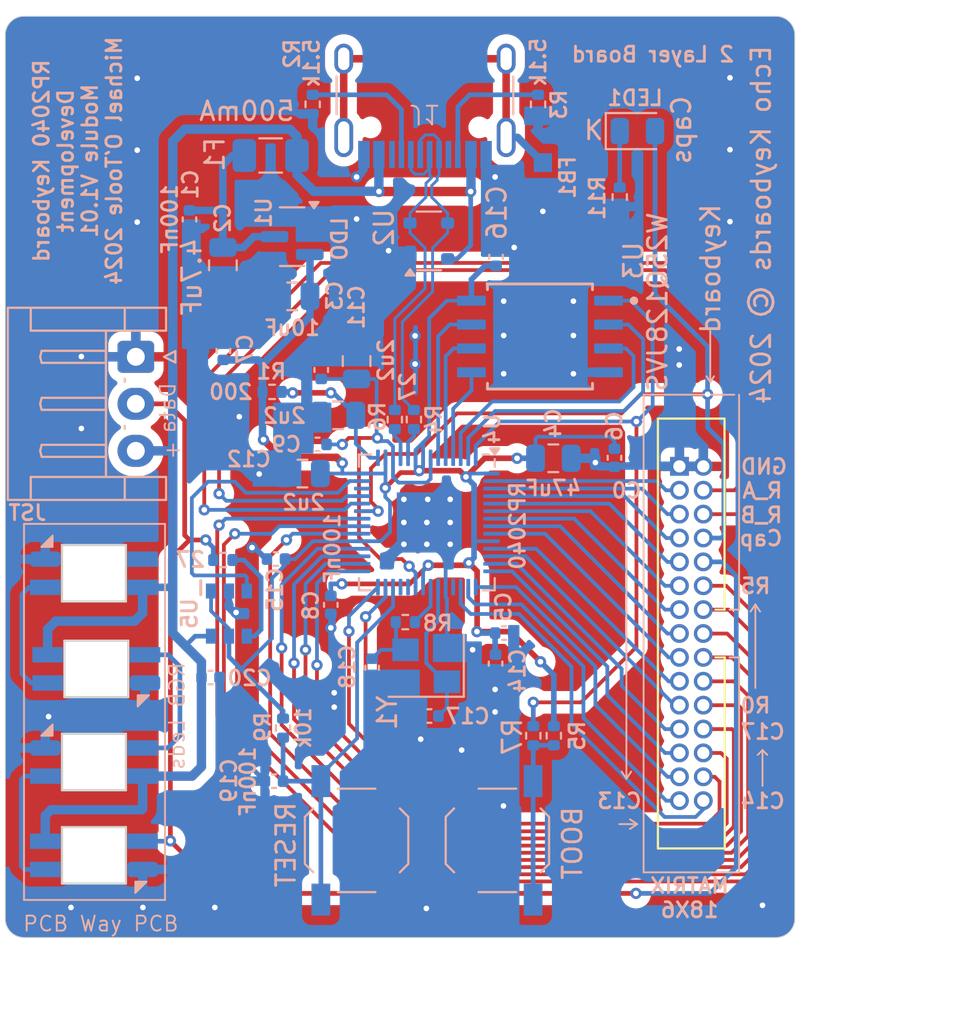
<source format=kicad_pcb>
(kicad_pcb (version 20240108) (generator "pcbnew") (generator_version "8.0")
  (title_block (title "Echo RP2040 Keyboard Module") (date "2024-12-21") (rev "1.01"))
  (layers (0 "F.Cu" signal) (31 "B.Cu" signal) (34 "B.Paste" user) (35 "F.Paste" user) (36 "B.SilkS" user "B.Silkscreen") (37 "F.SilkS" user "F.Silkscreen") (38 "B.Mask" user) (39 "F.Mask" user) (44 "Edge.Cuts" user))
  (net 0 "")
  (net 1 "Net-(BOOT1-B)")
  (net 2 "GND")
  (net 3 "+5V")
  (net 4 "+3V3")
  (net 5 "+1V1")
  (net 6 "Net-(U4-ADC_AVDD)")
  (net 7 "Net-(U4-XIN)")
  (net 8 "Net-(C18-Pad1)")
  (net 9 "NRST")
  (net 10 "VBUS")
  (net 11 "Net-(J1-SHIELD)")
  (net 12 "D-")
  (net 13 "D+")
  (net 14 "Net-(J1-CC2)")
  (net 17 "Net-(J1-CC1)")
  (net 18 "Net-(U4-USB_DP)")
  (net 19 "Net-(U4-USB_DM)")
  (net 20 "BOOT0")
  (net 21 "Net-(U4-XOUT)")
  (net 22 "RGB_DATA")
  (net 23 "Net-(U5-B)")
  (net 24 "Net-(U3-DI(IO0))")
  (net 25 "Net-(U3-DO(IO1))")
  (net 26 "Net-(U3-CLK)")
  (net 27 "Net-(U3-IO2)")
  (net 28 "Net-(U3-IO3)")
  (net 29 "COL7")
  (net 30 "RGB")
  (net 31 "ROW5")
  (net 32 "COL16")
  (net 33 "ROW3")
  (net 34 "COL2")
  (net 35 "COL0")
  (net 36 "COL4")
  (net 38 "COL9")
  (net 39 "COL14")
  (net 40 "COL11")
  (net 42 "COL1")
  (net 43 "COL6")
  (net 44 "COL8")
  (net 45 "COL10")
  (net 46 "COL5")
  (net 47 "ROW2")
  (net 48 "COL12")
  (net 49 "ROW1")
  (net 50 "ROW4")
  (net 51 "COL15")
  (net 52 "R_B")
  (net 53 "COL13")
  (net 54 "R_A")
  (net 55 "COL3")
  (net 56 "COL17")
  (net 57 "ROW0")
  (net 58 "Net-(RGB1-DOUT)")
  (net 59 "Net-(RGB2-DOUT)")
  (net 60 "Net-(RGB3-DOUT)")
  (net 62 "Caps")
  (net 63 "Net-(LED1-K)")
  (footprint "ScottoKeebs_Components:LED_SK6812MINI" (layer "F.Cu") (at 109.22 113.665)
    (property "Reference" "RGB2" (hide yes))
    (property "Value" "SK6812MINI" (hide yes))
    (fp_line (start -1.7 -1.5) (end -1.7 1.5) (stroke (width 0.12)) (layer "Edge.Cuts"))
    (fp_line (start -1.7 1.5) (end 1.7 1.5) (stroke (width 0.12)) (layer "Edge.Cuts"))
    (fp_line (start 1.7 -1.5) (end -1.7 -1.5) (stroke (width 0.12)) (layer "Edge.Cuts"))
    (fp_line (start 1.7 1.5) (end 1.7 -1.5) (stroke (width 0.12)) (layer "Edge.Cuts"))
  )
  (footprint "MyConnectors:IDC_2X15_1.27MM" (layer "F.Cu") (at 140.994999 106.83 -90)
    (property "Reference" "J3" (hide yes))
    (property "Value" "Conn_02x15_Odd_Even")
  )
  (footprint "ScottoKeebs_Components:LED_SK6812MINI" (layer "F.Cu") (at 109.22 118.627 180)
    (property "Reference" "RGB1" (hide yes))
    (property "Value" "SK6812MINI" (hide yes))
    (fp_line (start 1.7 1.5) (end 1.7 -1.5) (stroke (width 0.12)) (layer "Edge.Cuts"))
    (fp_line (start 1.7 -1.5) (end -1.7 -1.5) (stroke (width 0.12)) (layer "Edge.Cuts"))
    (fp_line (start -1.7 1.5) (end 1.7 1.5) (stroke (width 0.12)) (layer "Edge.Cuts"))
    (fp_line (start -1.7 -1.5) (end -1.7 1.5) (stroke (width 0.12)) (layer "Edge.Cuts"))
  )
  (footprint "ScottoKeebs_Components:LED_SK6812MINI" (layer "F.Cu") (at 109.22 103.623)
    (property "Reference" "RGB4" (hide yes))
    (property "Value" "SK6812MINI" (hide yes))
    (fp_line (start -1.7 -1.5) (end -1.7 1.5) (stroke (width 0.12)) (layer "Edge.Cuts"))
    (fp_line (start -1.7 1.5) (end 1.7 1.5) (stroke (width 0.12)) (layer "Edge.Cuts"))
    (fp_line (start 1.7 -1.5) (end -1.7 -1.5) (stroke (width 0.12)) (layer "Edge.Cuts"))
    (fp_line (start 1.7 1.5) (end 1.7 -1.5) (stroke (width 0.12)) (layer "Edge.Cuts"))
  )
  (footprint "ScottoKeebs_Components:LED_SK6812MINI" (layer "F.Cu") (at 109.347 108.712 180)
    (property "Reference" "RGB3" (hide yes))
    (property "Value" "SK6812MINI" (hide yes))
    (fp_line (start 1.7 1.5) (end 1.7 -1.5) (stroke (width 0.12)) (layer "Edge.Cuts"))
    (fp_line (start 1.7 -1.5) (end -1.7 -1.5) (stroke (width 0.12)) (layer "Edge.Cuts"))
    (fp_line (start -1.7 1.5) (end 1.7 1.5) (stroke (width 0.12)) (layer "Edge.Cuts"))
    (fp_line (start -1.7 -1.5) (end -1.7 1.5) (stroke (width 0.12)) (layer "Edge.Cuts"))
  )
  (footprint "Capacitor_SMD:C_0402_1005Metric" (layer "B.Cu") (at 121.3104 92.8142 90)
    (property "Reference" "C10" (hide yes))
    (property "Value" "100nF" (hide yes))
  )
  (footprint "Capacitor_SMD:C_0402_1005Metric" (layer "B.Cu") (at 127.0625 111.2182 180)
    (property "Reference" "C17")
    (property "Value" "15p")
  )
  (footprint "Capacitor_SMD:C_0402_1005Metric" (layer "B.Cu") (at 118.9 102.87 180)
    (property "Reference" "C15")
    (property "Value" "100nF" (hide yes))
  )
  (footprint "Capacitor_SMD:C_0805_2012Metric" (layer "B.Cu") (at 116.078 87.249 -90)
    (property "Reference" "C2")
    (property "Value" "4.7uF")
  )
  (footprint "Capacitor_SMD:C_0402_1005Metric" (layer "B.Cu") (at 124.0145 108.6502 -90)
    (property "Reference" "C18")
    (property "Value" "15p" (hide yes))
  )
  (footprint "Capacitor_SMD:C_0402_1005Metric" (layer "B.Cu") (at 131.0386 106.807)
    (property "Reference" "C5")
    (property "Value" "100nF" (hide yes))
  )
  (footprint "Button_Switch_SMD:SW_SPST_TL3342" (layer "B.Cu") (at 123.19 117.831 -90)
    (property "Reference" "RST1" (hide yes))
    (property "Value" "SW_SPST" (hide yes))
  )
  (footprint "Resistor_SMD:R_0402_1005Metric" (layer "B.Cu") (at 118.6942 93.98 180)
    (property "Reference" "R1")
    (property "Value" "200")
  )
  (footprint "MyConnectors:USB_C_31-M-12" (layer "B.Cu") (at 126.8248 77.3138)
    (property "Reference" "J1")
    (property "Value" "USB_C_Receptacle_USB2.0" (hide yes))
  )
  (footprint "Package_DFN_QFN:QFN-56-1EP_7x7mm_P0.4mm_EP3.2x3.2mm" (layer "B.Cu") (at 126.927 100.9227 180)
    (property "Reference" "U4")
    (property "Value" "RP2040")
  )
  (footprint "Connector_JST:JST_EH_S3B-EH_1x03_P2.50mm_Horizontal" (layer "B.Cu") (at 111.4477 92.115 -90)
    (property "Reference" "J2" (hide yes))
    (property "Value" "RGB_CON")
  )
  (footprint "Capacitor_SMD:C_0402_1005Metric" (layer "B.Cu") (at 121.1098 96.774 180)
    (property "Reference" "C9")
    (property "Value" "100nF" (hide yes))
  )
  (footprint "Resistor_SMD:R_0402_1005Metric" (layer "B.Cu") (at 119.2784 111.8596 -90)
    (property "Reference" "R9")
    (property "Value" "10k")
  )
  (footprint "Resistor_SMD:R_0402_1005Metric" (layer "B.Cu") (at 126.238 95.4512 -90)
    (property "Reference" "R4")
    (property "Value" "27")
  )
  (footprint "DevModules:BEADC1608X95N" (layer "B.Cu") (at 133.096 82.523 -90)
    (property "Reference" "FB1")
    (property "Value" "600R")
  )
  (footprint "Capacitor_SMD:C_0402_1005Metric" (layer "B.Cu") (at 121.8184 105.3058 -90)
    (property "Reference" "C8")
    (property "Value" "100nF")
  )
  (footprint "Capacitor_SMD:C_0805_2012Metric" (layer "B.Cu") (at 123.19 92.3442 90)
    (property "Reference" "C11")
    (property "Value" "2u2")
  )
  (footprint "Capacitor_SMD:C_0402_1005Metric" (layer "B.Cu") (at 136.906 97.4852 -90)
    (property "Reference" "C6")
    (property "Value" "100nF" (hide yes))
  )
  (footprint "Capacitor_SMD:C_0402_1005Metric" (layer "B.Cu") (at 115.42 109.17)
    (property "Reference" "C20")
    (property "Value" "100nF" (hide yes))
  )
  (footprint "Capacitor_SMD:C_0805_2012Metric" (layer "B.Cu") (at 133.6548 97.5106)
    (property "Reference" "C4")
    (property "Value" "47uF")
  )
  (footprint "Button_Switch_SMD:SW_SPST_TL3342" (layer "B.Cu") (at 130.678 117.831 -90)
    (property "Reference" "BOOT1" (hide yes))
    (property "Value" "SW_SPST" (hide yes))
  )
  (footprint "Resistor_SMD:R_0402_1005Metric" (layer "B.Cu") (at 137.1854 83.6188 -90)
    (property "Reference" "R11")
    (property "Value" "1K")
  )
  (footprint "Resistor_SMD:R_0402_1005Metric" (layer "B.Cu") (at 132.842 78.6892 -90)
    (property "Reference" "R3")
    (property "Value" "5.1k")
  )
  (footprint "Package_TO_SOT_SMD:SOT-143" (layer "B.Cu") (at 127.0318 85.9508)
    (property "Reference" "U2")
    (property "Value" "PRTR5V0U2X")
  )
  (footprint "Resistor_SMD:R_0402_1005Metric" (layer "B.Cu") (at 133.6802 112.266 -90)
    (property "Reference" "R5")
    (property "Value" "10k")
  )
  (footprint "Resistor_SMD:R_0402_1005Metric" (layer "B.Cu") (at 116.076 102.9208 180)
    (property "Reference" "R10" (hide yes))
    (property "Value" "27")
  )
  (footprint "Fuse:Fuse_1206_3216Metric" (layer "B.Cu") (at 118.618 81.407 180)
    (property "Reference" "F1")
    (property "Value" "500mA")
  )
  (footprint "Capacitor_SMD:C_0402_1005Metric" (layer "B.Cu") (at 130.6068 86.7944 90)
    (property "Reference" "C16")
    (property "Value" "100nF")
  )
  (footprint "LED_SMD:LED_0805_2012Metric" (layer "B.Cu") (at 138.1275 80.1116)
    (property "Reference" "LED1")
    (property "Value" "CAPS")
  )
  (footprint "Capacitor_SMD:C_0402_1005Metric" (layer "B.Cu") (at 118.7984 114.681 180)
    (property "Reference" "C19")
    (property "Value" "100nF")
  )
  (footprint "MyComponents:SOIC_128JVSIQ_WIN" (layer "B.Cu") (at 132.9436 91.0336 180)
    (property "Reference" "U3")
    (property "Value" "W25Q128JVS")
  )
  (footprint "Resistor_SMD:R_0402_1005Metric" (layer "B.Cu") (at 125.7808 106.2228)
    (property "Reference" "R8")
    (property "Value" "1k" (hide yes))
  )
  (footprint "Capacitor_SMD:C_0805_2012Metric" (layer "B.Cu") (at 119.761 88.9 180)
    (property "Reference" "C3")
    (property "Value" "10uF")
  )
  (footprint "Capacitor_SMD:C_0805_2012Metric" (layer "B.Cu") (at 120.3096 98.3234 180)
    (property "Reference" "C12")
    (property "Value" "2u2")
  )
  (footprint "Capacitor_SMD:C_0402_1005Metric" (layer "B.Cu") (at 114.3 84.808 -90)
    (property "Reference" "C1")
    (property "Value" "100nF")
  )
  (footprint "Resistor_SMD:R_0402_1005Metric" (layer "B.Cu") (at 120.8532 78.6892 90)
    (property "Reference" "R2")
    (property "Value" "5.1k")
  )
  (footprint "Capacitor_SMD:C_0402_1005Metric" (layer "B.Cu") (at 130.5814 108.43 -90)
    (property "Reference" "C14")
    (property "Value" "100nF" (hide yes))
  )
  (footprint "Crystal:Crystal_SMD_3225-4Pin_3.2x2.5mm" (layer "B.Cu") (at 126.8925 108.54395 180)
    (property "Reference" "Y1")
    (property "Value" "12Mhz" (hide yes))
  )
  (footprint "Resistor_SMD:R_0402_1005Metric" (layer "B.Cu") (at 132.588 112.266 90)
    (property "Reference" "R7")
    (property "Value" "1k")
  )
  (footprint "Package_TO_SOT_SMD:SOT-23" (layer "B.Cu") (at 119.761 85.725 180)
    (property "Reference" "U1")
    (property "Value" "XC6206PxxxMR-Regulator_Linear" (hide yes))
  )
  (footprint "Resistor_SMD:R_0402_1005Metric" (layer "B.Cu") (at 125.222 95.4532 -90)
    (property "Reference" "R6")
    (property "Value" "27")
  )
  (footprint "SOT:SOT-26" (layer "B.Cu") (at 116.4 105.77)
    (property "Reference" "U5")
    (property "Value" "74LVC1T45" (hide yes))
  )
  (footprint "Capacitor_SMD:C_0402_1005Metric" (layer "B.Cu") (at 116.1 91.8 90)
    (property "Reference" "C7")
    (property "Value" "100nF" (hide yes))
  )
  (footprint "Capacitor_SMD:C_0805_2012Metric" (layer "B.Cu") (at 122.1994 95.2246 180)
    (property "Reference" "C13" (hide yes))
    (property "Value" "2u2")
  )
  (gr_poly (pts (xy 120 84.165) (xy 120 85.95) (xy 121.85 85.95) (xy 121.85 87.8) (xy 126.3 87.8) (xy 126.3 86.3) (xy 125.35 86.3) (xy 125.3 84.15)) (stroke (width 0.1)) (fill solid) (layer "B.Cu") (net 2))
  (gr_poly (pts (xy 114 84.9) (xy 114 91.6) (xy 118 91.6) (xy 119.6 90) (xy 119.6 87.4) (xy 114.8 87.4) (xy 114.8 84.9)) (stroke (width 0.2)) (fill solid) (layer "B.Cu") (net 2))
  (gr_poly (pts (xy 129.9 82) (xy 129.9 86.7) (xy 137.6 86.7) (xy 137.6 83.8) (xy 135 83.8) (xy 135 82.7) (xy 132 82.7) (xy 132 82)) (stroke (width 0.2)) (fill solid) (layer "B.Cu") (net 2))
  (gr_poly (pts (xy 116.8 82.8) (xy 116.8 85.1) (xy 120 85.1) (xy 120 83.5) (xy 119.3 82.8)) (stroke (width 0.2)) (fill solid) (layer "B.Cu") (net 2))
  (gr_poly (pts (xy 120.29 91.96) (xy 120.29 94.66) (xy 120.79 94.66) (xy 120.78 91.96)) (stroke (width 0.1)) (fill solid) (layer "B.Cu") (net 2))
  (gr_poly (pts (xy 127.3 106.9) (xy 127.3 108.3) (xy 129.1 108.3) (xy 129.1 110.5) (xy 129.1 111.9) (xy 126.9 111.9) (xy 126.9 110.3) (xy 126.5 110.3) (xy 126.5 108.8) (xy 123.6 108.8) (xy 123.6 122.3) (xy 131.8 122.3) (xy 131.8 116.1) (xy 131.8 106.427) (xy 131.3 106.427) (xy 131.3 108.5) (xy 129.8 108.5) (xy 129.8 107.3) (xy 129 107.3) (xy 129 106.9)) (stroke (width 0.1)) (fill solid) (layer "B.Cu") (net 2))
  (gr_poly (pts (xy 117.7 98.97) (xy 117.7 97.15) (xy 118.8 97.15) (xy 118.8 94.6) (xy 121.8 94.6) (xy 121.8 96.1) (xy 120.85 96.1) (xy 120.85 97.2) (xy 120.2 97.2) (xy 120.2 98.97)) (stroke (width 0.1)) (fill solid) (layer "B.Cu") (net 2))
  (gr_poly (pts (xy 120.29 92.57) (xy 124.56 92.57) (xy 124.55 90.2) (xy 126.3 88.45) (xy 126.3 87.7) (xy 121.84 87.73) (xy 121.84 90.03) (xy 120.29 91.96)) (stroke (width 0.1)) (fill solid) (layer "B.Cu") (net 2))
  (gr_poly (pts (xy 130.555 88.613) (xy 135.382 88.613) (xy 135.382 93.472) (xy 130.555 93.472)) (stroke (width 0.2)) (fill solid) (layer "B.Cu") (net 2))
  (gr_poly (pts (xy 131.4 85.7) (xy 131.4 89.2) (xy 135.4 89.2) (xy 135.4 85.7)) (stroke (width 0.2)) (fill solid) (layer "B.Cu") (net 2))
  (gr_poly (pts (xy 132.2 78.9) (xy 132.2 79.7) (xy 134 79.7) (xy 134 82.8) (xy 135 82.8) (xy 135 78.9)) (stroke (width 0.2)) (fill solid) (layer "B.Cu") (net 2))
  (gr_line (start 142 93.45) (end 142.2 93.15) (stroke (width 0.1)) (layer "B.SilkS"))
  (gr_line (start 144.78 113.03) (end 145.034 113.284) (stroke (width 0.1)) (layer "B.SilkS"))
  (gr_line (start 113 101) (end 105.5 101) (stroke (width 0.1)) (layer "B.SilkS"))
  (gr_line (start 113 121) (end 113 101) (stroke (width 0.1)) (layer "B.SilkS"))
  (gr_line (start 137.541 99.822) (end 137.541 114.554) (stroke (width 0.1)) (layer "B.SilkS"))
  (gr_line (start 137.541 114.554) (end 137.287 114.173) (stroke (width 0.1)) (layer "B.SilkS"))
  (gr_line (start 142 90.75) (end 142 93.45) (stroke (width 0.1)) (layer "B.SilkS"))
  (gr_line (start 105.5 101) (end 105.5 121) (stroke (width 0.1)) (layer "B.SilkS"))
  (gr_line (start 144.78 113.03) (end 144.526 113.284) (stroke (width 0.1)) (layer "B.SilkS"))
  (gr_line (start 144.399 105.283) (end 144.653 105.664) (stroke (width 0.1)) (layer "B.SilkS"))
  (gr_line (start 105.5 121) (end 113 121) (stroke (width 0.1)) (layer "B.SilkS"))
  (gr_line (start 144.145 105.664) (end 144.399 105.283) (stroke (width 0.1)) (layer "B.SilkS"))
  (gr_line (start 137.16 116.967) (end 138.1125 116.967) (stroke (width 0.1)) (layer "B.SilkS"))
  (gr_line (start 138.1125 116.967) (end 137.7315 116.713) (stroke (width 0.1)) (layer "B.SilkS"))
  (gr_line (start 137.795 114.173) (end 137.541 114.554) (stroke (width 0.1)) (layer "B.SilkS"))
  (gr_line (start 144.78 114.935) (end 144.78 113.03) (stroke (width 0.1)) (layer "B.SilkS"))
  (gr_line (start 144.399 109.728) (end 144.399 105.283) (stroke (width 0.1)) (layer "B.SilkS"))
  (gr_line (start 142 93.45) (end 141.8 93.15) (stroke (width 0.1)) (layer "B.SilkS"))
  (gr_line (start 138.1125 116.967) (end 137.7315 117.221) (stroke (width 0.1)) (layer "B.SilkS"))
  (gr_arc (start 145.5 74) (mid 146.207107 74.292893) (end 146.5 75) (stroke (width 0.05)) (layer "Edge.Cuts"))
  (gr_arc (start 104.5 75) (mid 104.792893 74.292893) (end 105.5 74) (stroke (width 0.05)) (layer "Edge.Cuts"))
  (gr_line (start 146.5 122) (end 146.5 75) (stroke (width 0.05)) (layer "Edge.Cuts"))
  (gr_line (start 145.5 74) (end 105.5 74) (stroke (width 0.05)) (layer "Edge.Cuts"))
  (gr_line (start 104.5 75) (end 104.5 122) (stroke (width 0.05)) (layer "Edge.Cuts"))
  (gr_arc (start 146.5 122) (mid 146.207107 122.707107) (end 145.5 123) (stroke (width 0.05)) (layer "Edge.Cuts"))
  (gr_line (start 105.5 123) (end 145.5 123) (stroke (width 0.05)) (layer "Edge.Cuts"))
  (gr_arc (start 105.5 123) (mid 104.792893 122.707107) (end 104.5 122) (stroke (width 0.05)) (layer "Edge.Cuts"))
  (gr_text "K" (at 135.2 80.65 0) (layer "B.SilkS") (effects (font (size 1 1)) (justify left bottom)))
  (gr_text "Echo Keyboards © 2024" (at 145.29 75.48 90) (layer "B.SilkS") (effects (font (size 1 1)) (justify left bottom mirror)))
  (gr_text "R0" (at 145.288 111.125 0) (layer "B.SilkS") (effects (font (size 0.8 0.8) (thickness 0.15) (bold yes)) (justify left bottom mirror)))
  (gr_text "MATRIX\n18X6" (at 140.9 122 0) (layer "B.SilkS") (effects (font (size 0.8 0.8) (thickness 0.15) (bold yes)) (justify bottom mirror)))
  (gr_text "LDO" (at 122.75 84.6 90) (layer "B.SilkS") (effects (font (size 0.8 0.8)) (justify left bottom mirror)))
  (gr_text "Keyboard" (at 142.6 83.9 90) (layer "B.SilkS") (effects (font (size 1 1)) (justify left bottom mirror)))
  (gr_text "RP2040 Keyboard\nDevelopment\nModule V1.01\nMichael O'Toole 2024" (at 110.76 81.69 90) (layer "B.SilkS") (effects (font (size 0.8 0.8)) (justify bottom mirror)))
  (gr_text "PCB Way PCB" (at 105.3846 122.7328 0) (layer "B.SilkS") (effects (font (size 0.8 0.8) (thickness 0.1)) (justify left bottom)))
  (gr_text "C17" (at 146.05 112.522 0) (layer "B.SilkS") (effects (font (size 0.8 0.8) (thickness 0.15) (bold yes)) (justify left bottom mirror)))
  (gr_text "R5" (at 145.288 104.775 0) (layer "B.SilkS") (effects (font (size 0.8 0.8) (thickness 0.15) (bold yes)) (justify left bottom mirror)))
  (gr_text "Caps" (at 141.05 78.15 90) (layer "B.SilkS") (effects (font (size 1 1)) (justify left bottom mirror)))
  (gr_text "C13" (at 138.43 116.205 0) (layer "B.SilkS") (effects (font (size 0.8 0.8) (thickness 0.15) (bold yes)) (justify left bottom mirror)))
  (gr_text "C0" (at 138.43 99.695 0) (layer "B.SilkS") (effects (font (size 0.8 0.8) (thickness 0.15) (bold yes)) (justify left bottom mirror)))
  (gr_text "Data" (at 113.6142 93.4212 90) (layer "B.SilkS") (effects (font (size 0.8 0.8) (thickness 0.1)) (justify left bottom mirror)))
  (gr_text "2 Layer Board" (at 143.35 76.5 0) (layer "B.SilkS") (effects (font (size 0.8 0.8) (thickness 0.15) (bold yes)) (justify left bottom mirror)))
  (gr_text "Cap" (at 145.923 102.235 0) (layer "B.SilkS") (effects (font (size 0.8 0.8) (thickness 0.15) (bold yes)) (justify left bottom mirror)))
  (gr_text "R_A" (at 145.923 99.695 0) (layer "B.SilkS") (effects (font (size 0.8 0.8) (thickness 0.15) (bold yes)) (justify left bottom mirror)))
  (gr_text "GND" (at 146.177 98.425 0) (layer "B.SilkS") (effects (font (size 0.8 0.8) (thickness 0.15) (bold yes)) (justify left bottom mirror)))
  (gr_text "RESET" (at 120.015 115.697 90) (layer "B.SilkS") (effects (font (size 1 1)) (justify left bottom mirror)))
  (gr_text "R_B" (at 145.923 101 0) (layer "B.SilkS") (effects (font (size 0.8 0.8) (thickness 0.15) (bold yes)) (justify left bottom mirror)))
  (gr_text "BOOT" (at 135.255 115.951 90) (layer "B.SilkS") (effects (font (size 1 1)) (justify left bottom mirror)))
  (gr_text "JST" (at 106.77 100.88 0) (layer "B.SilkS") (effects (font (size 0.8 0.8) (thickness 0.15) (bold yes)) (justify left bottom mirror)))
  (gr_text "+" (at 113.8428 96.52 90) (layer "B.SilkS") (effects (font (size 0.8 0.8) (thickness 0.1)) (justify left bottom mirror)))
  (gr_text "C14" (at 146.05 116.205 0) (layer "B.SilkS") (effects (font (size 0.8 0.8) (thickness 0.15) (bold yes)) (justify left bottom mirror)))
  (gr_text "RGB Leds" (at 114.1 108.3 90) (layer "B.SilkS") (effects (font (size 0.8 0.8) (thickness 0.1)) (justify left bottom mirror)))
  (segment (start 132.588 112.776) (end 133.6802 112.776) (width 0.25) (layer "B.Cu") (net 1))
  (segment (start 132.588 114.671) (end 132.578 114.681) (width 0.25) (layer "B.Cu") (net 1))
  (segment (start 132.588 112.776) (end 132.588 114.671) (width 0.25) (layer "B.Cu") (net 1))
  (segment (start 132.578 120.981) (end 132.578 114.681) (width 0.25) (layer "B.Cu") (net 1))
  (segment (start 118.0084 98.3488) (end 118.0084 101.8816) (width 0.25) (layer "F.Cu") (net 2))
  (segment (start 117.983 98.3742) (end 118.0084 98.3488) (width 0.4) (layer "F.Cu") (net 2))
  (segment (start 118.0084 101.8816) (end 117.63 102.26) (width 0.25) (layer "F.Cu") (net 2))
  (segment (start 123.19 82.55) (end 123.19 84.7852) (width 0.4) (layer "F.Cu") (net 2))
  (via (at 126.6 112.45) (size 0.6) (drill 0.3) (layers "F.Cu" "B.Cu") (net 2))
  (via (at 108.55 95.925) (size 0.6) (drill 0.3) (layers "F.Cu" "B.Cu") (net 2))
  (via (at 108.55 92.1) (size 0.6) (drill 0.3) (layers "F.Cu" "B.Cu") (net 2))
  (via (at 111.52 84.95) (size 0.6) (drill 0.3) (layers "F.Cu" "B.Cu") (net 2))
  (via (at 140.35 92.55) (size 0.6) (drill 0.3) (layers "F.Cu" "B.Cu") (net 2))
  (via (at 130.556 109.8042) (size 0.6) (drill 0.3) (layers "F.Cu" "B.Cu") (net 2))
  (via (at 117.63 102.26) (size 0.6) (drill 0.3) (layers "F.Cu" "B.Cu") (net 2))
  (via (at 143.05 77.275) (size 0.6) (drill 0.3) (layers "F.Cu" "B.Cu") (net 2))
  (via (at 122 110.744) (size 0.6) (drill 0.3) (layers "F.Cu" "B.Cu") (net 2))
  (via (at 126.927 100.9227) (size 0.6) (drill 0.3) (layers "F.Cu" "B.Cu") (net 2))
  (via (at 131.0132 93.0148) (size 0.6) (drill 0.3) (layers "F.Cu" "B.Cu") (net 2))
  (via (at 122 109.982) (size 0.6) (drill 0.3) (layers "F.Cu" "B.Cu") (net 2))
  (via (at 131.0132 89.154) (size 0.6) (drill 0.3) (layers "F.Cu" "B.Cu") (net 2))
  (via (at 116.95 95.3) (size 0.6) (drill 0.3) (layers "F.Cu" "B.Cu") (net 2))
  (via (at 131 116) (size 0.6) (drill 0.3) (layers "F.Cu" "B.Cu") (net 2))
  (via (at 123.19 82.55) (size 0.6) (drill 0.3) (layers "F.Cu" "B.Cu") (net 2))
  (via (at 131.0132 90.9828) (size 0.6) (drill 0.3) (layers "F.Cu" "B.Cu") (net 2))
  (via (at 133.096 84.3788) (size 0.6) (drill 0.3) (layers "F.Cu" "B.Cu") (net 2))
  (via (at 123.19 84.7852) (size 0.6) (drill 0.3) (layers "F.Cu" "B.Cu") (net 2))
  (via (at 126.927 102.0826) (size 0.6) (drill 0.3) (layers "F.Cu" "B.Cu") (net 2))
  (via (at 130.556004 82.549996) (size 0.6) (drill 0.3) (layers "F.Cu" "B.Cu") (net 2))
  (via (at 125.7046 99.695) (size 0.6) (drill 0.3) (layers "F.Cu" "B.Cu") (net 2))
  (via (at 118.0084 98.3488) (size 0.6) (drill 0.3) (layers "F.Cu" "B.Cu") (net 2))
  (via (at 125.7046 102.0826) (size 0.6) (drill 0.3) (layers "F.Cu" "B.Cu") (net 2))
  (via (at 121.8184 106.5276) (size 0.6) (drill 0.3) (layers "F.Cu" "B.Cu") (net 2))
  (via (at 129.36015 107.69395) (size 0.6) (drill 0.3) (layers "F.Cu" "B.Cu") (net 2))
  (via (at 134.7216 89.154) (size 0.6) (drill 0.3) (layers "F.Cu" "B.Cu") (net 2))
  (via (at 128.1684 99.695) (size 0.6) (drill 0.3) (layers "F.Cu" "B.Cu") (net 2))
  (via (at 134.7216 90.9828) (size 0.6) (drill 0.3) (layers "F.Cu" "B.Cu") (net 2))
  (via (at 126.3 91) (size 0.6) (drill 0.3) (layers "F.Cu" "B.Cu") (net 2))
  (via (at 111.52 81.125) (size 0.6) (drill 0.3) (layers "F.Cu" "B.Cu") (net 2))
  (via (at 128.1684 100.9227) (size 0.6) (drill 0.3) (layers "F.Cu" "B.Cu") (net 2))
  (via (at 116.78 105.71) (size 0.6) (drill 0.3) (layers "F.Cu" "B.Cu") (net 2))
  (via (at 124.8918 86.472) (size 0.6) (drill 0.3) (layers "F.Cu" "B.Cu") (net 2))
  (via (at 143.05 81.1) (size 0.6) (drill 0.3) (layers "F.Cu" "B.Cu") (net 2))
  (via (at 126.9 121.45) (size 0.6) (drill 0.3) (layers "F.Cu" "B.Cu") (net 2))
  (via (at 128.778 113.028) (size 0.6) (drill 0.3) (layers "F.Cu" "B.Cu") (net 2))
  (via (at 135.89 97.7392) (size 0.6) (drill 0.3) (layers "F.Cu" "B.Cu") (net 2))
  (via (at 111.825 121.4) (size 0.6) (drill 0.3) (layers "F.Cu" "B.Cu") (net 2))
  (via (at 108 121.4) (size 0.6) (drill 0.3) (layers "F.Cu" "B.Cu") (net 2))
  (via (at 126.3 92.5) (size 0.6) (drill 0.3) (layers "F.Cu" "B.Cu") (net 2))
  (via (at 140.35 91.7) (size 0.6) (drill 0.3) (layers "F.Cu" "B.Cu") (net 2))
  (via (at 111.52 77.3) (size 0.6) (drill 0.3) (layers "F.Cu" "B.Cu") (net 2))
  (via (at 125.7046 100.9227) (size 0.6) (drill 0.3) (layers "F.Cu" "B.Cu") (net 2))
  (via (at 106.806998 111.249) (size 0.6) (drill 0.3) (layers "F.Cu" "B.Cu") (net 2))
  (via (at 134.7216 93.0148) (size 0.6) (drill 0.3) (layers "F.Cu" "B.Cu") (net 2))
  (via (at 131.572 86.299675) (size 0.6) (drill 0.3) (layers "F.Cu" "B.Cu") (net 2))
  (via (at 144.78 121.285) (size 0.6) (drill 0.3) (layers "F.Cu" "B.Cu") (net 2))
  (via (at 128.1684 102.0826) (size 0.6) (drill 0.3) (layers "F.Cu" "B.Cu") (net 2))
  (via (at 130.556 111) (size 0.6) (drill 0.3) (layers "F.Cu" "B.Cu") (net 2))
  (via (at 143.05 84.925) (size 0.6) (drill 0.3) (layers "F.Cu" "B.Cu") (net 2))
  (via (at 126.9746 99.695) (size 0.6) (drill 0.3) (layers "F.Cu" "B.Cu") (net 2))
  (via (at 115.65 121.4) (size 0.6) (drill 0.3) (layers "F.Cu" "B.Cu") (net 2))
  (segment (start 116.4 104.57) (end 116.4 105.33) (width 0.25) (layer "B.Cu") (net 2))
  (segment (start 134.6048 97.5106) (end 135.6614 97.5106) (width 0.4) (layer "B.Cu") (net 2))
  (segment (start 130.556 111) (end 128.778 112.778) (width 0.4) (layer "B.Cu") (net 2))
  (segment (start 118.394596 102.895404) (end 118.42 102.87) (width 0.25) (layer "B.Cu") (net 2))
  (segment (start 114.6658 88.199) (end 114.3 87.8332) (width 0.4) (layer "B.Cu") (net 2))
  (segment (start 125.09 120.981) (end 125.09 114.681) (width 0.4) (layer "B.Cu") (net 2))
  (segment (start 118.394596 102.895404) (end 117.759192 102.26) (width 0.3) (layer "B.Cu") (net 2))
  (segment (start 134.8646 92.9386) (end 132.9685 91.0425) (width 0.4) (layer "B.Cu") (net 2))
  (segment (start 119.3596 97.2516) (end 119.8372 96.774) (width 0.4) (layer "B.Cu") (net 2))
  (segment (start 125.09 114.681) (end 128.778 114.681) (width 0.4) (layer "B.Cu") (net 2))
  (segment (start 130.5814 109.9058) (end 130.5814 108.91) (width 0.3048) (layer "B.Cu") (net 2))
  (segment (start 129.36015 108.8286) (end 129.44155 108.91) (width 0.3048) (layer "B.Cu") (net 2))
  (segment (start 125.7925 109.39395) (end 125.7925 110.7303) (width 0.3048) (layer "B.Cu") (net 2))
  (segment (start 123.5748 81.3588) (end 123.5748 82.1652) (width 0.4) (layer "B.Cu") (net 2))
  (segment (start 131.5186 106.807) (end 131.5186 108.74) (width 0.3048) (layer "B.Cu") (net 2))
  (segment (start 129.44155 108.91) (end 130.5814 108.91) (width 0.2) (layer "B.Cu") (net 2))
  (segment (start 119.3596 98.3234) (end 118.0338 98.3234) (width 0.4) (layer "B.Cu") (net 2))
  (segment (start 125.09 120.981) (end 128.778 120.981) (width 0.4) (layer "B.Cu") (net 2))
  (segment (start 127.927 101.9227) (end 126.927 100.9227) (width 0.2) (layer "B.Cu") (net 2))
  (segment (start 106.631 111.424998) (end 106.806998 111.249) (width 0.4) (layer "B.Cu") (net 2))
  (segment (start 118.0338 98.3234) (end 118.0084 98.3488) (width 0.2) (layer "B.Cu") (net 2))
  (segment (start 130.0748 82.068792) (end 130.556004 82.549996) (width 0.4) (layer "B.Cu") (net 2))
  (segment (start 133.096 83.258) (end 133.096 84.3788) (width 0.4) (layer "B.Cu") (net 2))
  (segment (start 130.6068 86.3144) (end 131.557275 86.3144) (width 0.4) (layer "B.Cu") (net 2))
  (segment (start 116.1 88.221) (end 116.078 88.199) (width 0.4) (layer "B.Cu") (net 2))
  (segment (start 126.2804 111.2182) (end 126.5825 111.2182) (width 0.3048) (layer "B.Cu") (net 2))
  (segment (start 116.078 88.199) (end 114.6658 88.199) (width 0.4) (layer "B.Cu") (net 2))
  (segment (start 125.7925 109.39395) (end 124.27825 109.39395) (width 0.2) (layer "B.Cu") (net 2))
  (segment (start 128.778 114.681) (end 128.778 113.028) (width 0.4) (layer "B.Cu") (net 2))
  (segment (start 127.9925 107.69395) (end 129.36015 107.69395) (width 0.3048) (layer "B.Cu") (net 2))
  (segment (start 136.116 97.9652) (end 135.6614 97.5106) (width 0.254) (layer "B.Cu") (net 2))
  (segment (start 126.0318 86.7008) (end 125.1206 86.7008) (width 0.3) (layer "B.Cu") (net 2))
  (segment (start 123.5748 82.1652) (end 123.19 82.55) (width 0.4) (layer "B.Cu") (net 2))
  (segment (start 127.927 104.3602) (end 127.927 104.9) (width 0.2) (layer "B.Cu") (net 2))
  (segment (start 121.8184 105.7858) (end 121.8184 106.5276) (width 0.25) (layer "B.Cu") (net 2))
  (segment (start 111.936 109.462) (end 111.936 110.813) (width 0.4) (layer "B.Cu") (net 2))
  (segment (start 131.557275 86.3144) (end 131.572 86.299675) (width 0.4) (layer "B.Cu") (net 2))
  (segment (start 115.9 109.17) (end 115.9 112.2626) (width 0.25) (layer "B.Cu") (net 2))
  (segment (start 119.3596 98.3234) (end 119.3596 97.2516) (width 0.4) (layer "B.Cu") (net 2))
  (segment (start 111.5 111.249) (end 106.806998 111.249) (width 0.4) (layer "B.Cu") (net 2))
  (segment (start 135.6614 97.5106) (end 135.89 97.7392) (width 0.4) (layer "B.Cu") (net 2))
  (segment (start 117.759192 102.26) (end 117.63 102.26) (width 0.3) (layer "B.Cu") (net 2))
  (segment (start 125.09 114.681) (end 125.09 110.09645) (width 0.4) (layer "B.Cu") (net 2))
  (segment (start 125.09 110.09645) (end 125.7925 109.39395) (width 0.4) (layer "B.Cu") (net 2))
  (segment (start 121.2494 95.2246) (end 120.6552 95.2246) (width 0.3) (layer "B.Cu") (net 2))
  (segment (start 131.5186 108.74) (end 131.3486 108.91) (width 0.3048) (layer "B.Cu") (net 2))
  (segment (start 128.778 112.778) (end 128.778 113.028) (width 0.4) (layer "B.Cu") (net 2))
  (segment (start 120.6298 92.4762) (end 120.7718 92.3342) (width 0.3048) (layer "B.Cu") (net 2))
  (segment (start 131.3486 108.91) (end 129.44155 108.91) (width 0.3048) (layer "B.Cu") (net 2))
  (segment (start 119.8372 96.774) (end 120.6298 96.774) (width 0.4) (layer "B.Cu") (net 2))
  (segment (start 121.2494 95.2246) (end 121.249402 95.2246) (width 0.3) (layer "B.Cu") (net 2))
  (segment (start 136.906 97.9652) (end 136.116 97.9652) (width 0.4) (layer "B.Cu") (net 2))
  (segment (start 123.1798 84.775) (end 123.19 84.7852) (width 0.4) (layer "B.Cu") (net 2))
  (segment (start 128.778 120.981) (end 128.778 114.681) (width 0.4) (layer "B.Cu") (net 2))
  (segment (start 115.9 112.2626) (end 118.3184 114.681) (width 0.25) (layer "B.Cu") (net 2))
  (segment (start 130.556 111) (end 130.556 109.8042) (width 0.4) (layer "B.Cu") (net 2))
  (segment (start 123.19 91.3942) (end 124.8918 89.6924) (width 0.3) (layer "B.Cu") (net 2))
  (segment (start 120.6298 96.774) (end 120.6298 92.4762) (width 0.3048) (layer "B.Cu") (net 2))
  (segment (start 136.116 97.9652) (end 135.89 97.7392) (width 0.4) (layer "B.Cu") (net 2))
  (segment (start 131.264008 83.258) (end 130.556004 82.549996) (width 0.4) (layer "B.Cu") (net 2))
  (segment (start 116.4 105.33) (end 116.78 105.71) (width 0.25) (layer "B.Cu") (net 2))
  (segment (start 133.096 83.258) (end 131.264008 83.258) (width 0.4) (layer "B.Cu") (net 2))
  (segment (start 121.5848 91.3942) (end 123.19 91.3942) (width 0.3) (layer "B.Cu") (net 2))
  (segment (start 121.3104 91.6686) (end 121.5848 91.3942) (width 0.3) (layer "B.Cu") (net 2))
  (segment (start 114.3 85.288) (end 114.3 87.8332) (width 0.4) (layer "B.Cu") (net 2))
  (segment (start 124.27825 109.39395) (end 124.0145 109.1302) (width 0.2) (layer "B.Cu") (net 2))
  (segment (start 125.7925 110.7303) (end 126.2804 111.2182) (width 0.3048) (layer "B.Cu") (net 2))
  (segment (start 127.9925 104.9655) (end 127.9925 107.69395) (width 0.2) (layer "B.Cu") (net 2))
  (segment (start 125.1206 86.7008) (end 124.8918 86.472) (width 0.3) (layer "B.Cu") (net 2))
  (segment (start 116.1 91.32) (end 116.1 88.221) (width 0.4) (layer "B.Cu") (net 2))
  (segment (start 127.927 104.9) (end 127.9925 104.9655) (width 0.2) (layer "B.Cu") (net 2))
  (segment (start 120.6985 84.775) (end 123.1798 84.775) (width 0.4) (layer "B.Cu") (net 2))
  (segment (start 129.36015 107.69395) (end 129.36015 108.8286) (width 0.3048) (layer "B.Cu") (net 2))
  (segment (start 129.3622 107.696) (end 129.36015 107.69395) (width 0.2) (layer "B.Cu") (net 2))
  (segment (start 127.927 104.3602) (end 127.927 101.9227) (width 0.2) (layer "B.Cu") (net 2))
  (segment (start 106.631 112.915) (end 106.631 111.424998) (width 0.4) (layer "B.Cu") (net 2))
  (segment (start 136.5885 92.9386) (end 134.8646 92.9386) (width 0.4) (layer "B.Cu") (net 2))
  (segment (start 120.7718 92.3342) (end 121.3104 92.3342) (width 0.3048) (layer "B.Cu") (net 2))
  (segment (start 130.0748 81.3588) (end 130.0748 82.068792) (width 0.4) (layer "B.Cu") (net 2))
  (segment (start 121.3104 92.3342) (end 121.3104 91.6686) (width 0.3) (layer "B.Cu") (net 2))
  (segment (start 124.8918 89.6924) (end 124.8918 86.472) (width 0.3) (layer "B.Cu") (net 2))
  (segment (start 111.936 110.813) (end 111.5 111.249) (width 0.4) (layer "B.Cu") (net 2))
  (segment (start 116.078 86.299) (end 116.078 81.915) (width 0.4) (layer "B.Cu") (net 3))
  (segment (start 115.978 84.328) (end 116.078 84.428) (width 0.4) (layer "B.Cu") (net 3))
  (segment (start 116.586 81.407) (end 117.218 81.407) (width 0.4) (layer "B.Cu") (net 3))
  (segment (start 117.155 86.299) (end 117.729 85.725) (width 0.4) (layer "B.Cu") (net 3))
  (segment (start 114.3 84.328) (end 115.978 84.328) (width 0.4) (layer "B.Cu") (net 3))
  (segment (start 116.078 86.299) (end 117.155 86.299) (width 0.4) (layer "B.Cu") (net 3))
  (segment (start 116.078 84.428) (end 116.078 86.299) (width 0.4) (layer "B.Cu") (net 3))
  (segment (start 117.729 85.725) (end 118.8235 85.725) (width 0.4) (layer "B.Cu") (net 3))
  (segment (start 116.078 81.915) (end 116.586 81.407) (width 0.4) (layer "B.Cu") (net 3))
  (segment (start 129.5908 106.7308) (end 131.3688 106.7308) (width 0.3) (layer "F.Cu") (net 4))
  (segment (start 129.159 103.0732) (end 129.6 103.5142) (width 0.3) (layer "F.Cu") (net 4))
  (segment (start 122.1232 97.4598) (end 119.1768 97.4598) (width 0.4) (layer "F.Cu") (net 4))
  (segment (start 128.6764 98.171) (end 126.5174 98.171) (width 0.3) (layer "F.Cu") (net 4))
  (segment (start 129.6 103.5142) (end 129.6 106.7216) (width 0.3) (layer "F.Cu") (net 4))
  (segment (start 127 103.2002) (end 126.009399 104.190801) (width 0.25) (layer "F.Cu") (net 4))
  (segment (start 129.6 106.7216) (end 129.5908 106.7308) (width 0.3) (layer "F.Cu") (net 4))
  (segment (start 122.402601 104.190801) (end 122.4026 104.1908) (width 0.25) (layer "F.Cu") (net 4))
  (segment (start 119.1768 97.4598) (end 118.237 96.52) (width 0.4) (layer "F.Cu") (net 4))
  (segment (start 125.5268 98.2726) (end 126.4158 98.2726) (width 0.25) (layer "F.Cu") (net 4))
  (segment (start 126.4158 98.2726) (end 126.5174 98.171) (width 0.25) (layer "F.Cu") (net 4))
  (segment (start 124.714 99.0854) (end 125.5268 98.2726) (width 0.25) (layer "F.Cu") (net 4))
  (segment (start 129.0066 98.5012) (end 128.6764 98.171) (width 0.3) (layer "F.Cu") (net 4))
  (segment (start 129.0066 98.5012) (end 129.9972 97.5106) (width 0.3) (layer "F.Cu") (net 4))
  (segment (start 126.009399 104.190801) (end 122.402601 104.190801) (width 0.25) (layer "F.Cu") (net 4))
  (segment (start 129.9972 97.5106) (end 131.7244 97.5106) (width 0.3) (layer "F.Cu") (net 4))
  (segment (start 122.428 97.7646) (end 122.1232 97.4598) (width 0.4) (layer "F.Cu") (net 4))
  (segment (start 129.159 103.0732) (end 129.032 103.2002) (width 0.2) (layer "F.Cu") (net 4))
  (segment (start 129.032 103.2002) (end 127 103.2002) (width 0.3) (layer "F.Cu") (net 4))
  (segment (start 131.3688 106.7308) (end 132.969 108.331) (width 0.3) (layer "F.Cu") (net 4))
  (via (at 129.5908 106.7308) (size 0.6) (drill 0.3) (layers "F.Cu" "B.Cu") (net 4))
  (via (at 129.0066 98.5012) (size 0.6) (drill 0.3) (layers "F.Cu" "B.Cu") (net 4))
  (via (at 124.714 99.0854) (size 0.6) (drill 0.3) (layers "F.Cu" "B.Cu") (net 4))
  (via (at 129.159 103.0732) (size 0.6) (drill 0.3) (layers "F.Cu" "B.Cu") (net 4))
  (via (at 132.969 108.331) (size 0.6) (drill 0.3) (layers "F.Cu" "B.Cu") (net 4))
  (via (at 122.428 97.7646) (size 0.6) (drill 0.3) (layers "F.Cu" "B.Cu") (net 4))
  (via (at 118.237 96.52) (size 0.6) (drill 0.3) (layers "F.Cu" "B.Cu") (net 4))
  (via (at 122.4026 104.1908) (size 0.6) (drill 0.3) (layers "F.Cu" "B.Cu") (net 4))
  (via (at 131.7244 97.5106) (size 0.6) (drill 0.3) (layers "F.Cu" "B.Cu") (net 4))
  (via (at 126.5174 98.171) (size 0.6) (drill 0.3) (layers "F.Cu" "B.Cu") (net 4))
  (via (at 127 103.2002) (size 0.6) (drill 0.3) (layers "F.Cu" "B.Cu") (net 4))
  (segment (start 130.3645 98.3227) (end 129.1851 98.3227) (width 0.2) (layer "B.Cu") (net 4))
  (segment (start 121.8184 104.190804) (end 121.818404 104.1908) (width 0.25) (layer "B.Cu") (net 4))
  (segment (start 126.727 97.9614) (end 126.5174 98.171) (width 0.2) (layer "B.Cu") (net 4))
  (segment (start 124.727 99.0724) (end 124.714 99.0854) (width 0.2) (layer "B.Cu") (net 4))
  (segment (start 118.69 107.08) (end 117.05 108.72) (width 0.2) (layer "B.Cu") (net 4))
  (segment (start 123.4895 98.3227) (end 124.714 98.3227) (width 0.2) (layer "B.Cu") (net 4))
  (segment (start 119.38 103.2) (end 118.69 103.89) (width 0.2) (layer "B.Cu") (net 4))
  (segment (start 126.727 97.4852) (end 126.727 97.9614) (width 0.2) (layer "B.Cu") (net 4))
  (segment (start 126.727 103.4732) (end 127 103.2002) (width 0.2) (layer "B.Cu") (net 4))
  (segment (start 130.5586 106.807) (end 130.5586 107.9272) (width 0.3) (layer "B.Cu") (net 4))
  (segment (start 120.711 86.6875) (end 120.6985 86.675) (width 0.4) (layer "B.Cu") (net 4))
  (segment (start 119.38 102.87) (end 119.9134 102.87) (width 0.2) (layer "B.Cu") (net 4))
  (segment (start 129.4384 102.7938) (end 129.4384 98.933002) (width 0.3) (layer "B.Cu") (net 4))
  (segment (start 119.38 102.87) (end 119.38 103.2) (width 0.2) (layer "B.Cu") (net 4))
  (segment (start 121.818404 104.1908) (end 122.4026 104.1908) (width 0.25) (layer "B.Cu") (net 4))
  (segment (start 116.1 92.28) (end 117.9554 92.28) (width 0.4) (layer "B.Cu") (net 4))
  (segment (start 116.4 106.97) (end 116.4 108.07) (width 0.25) (layer "B.Cu") (net 4))
  (segment (start 126.727 96.666) (end 127.0508 96.3422) (width 0.2) (layer "B.Cu") (net 4))
  (segment (start 129.667 106.807) (end 129.5908 106.7308) (width 0.2) (layer "B.Cu") (net 4))
  (segment (start 129.1851 98.3227) (end 129.0066 98.5012) (width 0.2) (layer "B.Cu") (net 4))
  (segment (start 136.906 96.5962) (end 136.906 97.0052) (width 0.2) (layer "B.Cu") (net 4))
  (segment (start 122.428 98.3227) (end 122.428 97.7646) (width 0.2) (layer "B.Cu") (net 4))
  (segment (start 129.4384 98.933) (end 129.4384 98.933002) (width 0.3) (layer "B.Cu") (net 4))
  (segment (start 129.2987 87.9983) (end 129.2987 89.1286) (width 0.3) (layer "B.Cu") (net 4))
  (segment (start 126.327 97.9806) (end 126.5174 98.171) (width 0.2) (layer "B.Cu") (net 4))
  (segment (start 120.8607 101.9227) (end 123.4895 101.9227) (width 0.2) (layer "B.Cu") (net 4))
  (segment (start 132.7048 97.5106) (end 132.7048 96.4794) (width 0.2) (layer "B.Cu") (net 4))
  (segment (start 127.0508 90.0684) (end 127.9906 89.1286) (width 0.2) (layer "B.Cu") (net 4))
  (segment (start 132.8166 96.3676) (end 136.6774 96.3676) (width 0.2) (layer "B.Cu") (net 4))
  (segment (start 130.0226 87.2744) (end 129.2987 87.9983) (width 0.3) (layer "B.Cu") (net 4))
  (segment (start 124.727 97.4852) (end 124.727 99.0724) (width 0.2) (layer "B.Cu") (net 4))
  (segment (start 133.6802 111.756) (end 133.6802 109.0422) (width 0.3) (layer "B.Cu") (net 4))
  (segment (start 121.2603 98.3227) (end 121.2596 98.3234) (width 0.2) (layer "B.Cu") (net 4))
  (segment (start 136.6774 96.3676) (end 136.906 96.5962) (width 0.2) (layer "B.Cu") (net 4))
  (segment (start 116.4 106.58) (end 116.4 106.97) (width 0.2) (layer "B.Cu") (net 4))
  (segment (start 127.0508 96.3422) (end 127.0508 90.0684) (width 0.2) (layer "B.Cu") (net 4))
  (segment (start 118.1842 92.5088) (end 120.711 89.982) (width 0.4) (layer "B.Cu") (net 4))
  (segment (start 121.8184 104.8258) (end 121.8184 104.190804) (width 0.25) (layer "B.Cu") (net 4))
  (segment (start 130.5586 107.9272) (end 130.5814 107.95) (width 0.2) (layer "B.Cu") (net 4))
  (segment (start 116.4 108.07) (end 119.2784 110.9484) (width 0.25) (layer "B.Cu") (net 4))
  (segment (start 126.327 97.4852) (end 126.327 97.9806) (width 0.2) (layer "B.Cu") (net 4))
  (segment (start 118.1842 96.4672) (end 118.1842 92.5088) (width 0.4) (layer "B.Cu") (net 4))
  (segment (start 124.968 101.4326) (end 124.968 99.822) (width 0.2) (layer "B.Cu") (net 4))
  (segment (start 119.2784 110.9484) (end 119.2784 111.3496) (width 0.25) (layer "B.Cu") (net 4))
  (segment (start 127.9906 89.1286) (end 129.2987 89.1286) (width 0.2) (layer "B.Cu") (net 4))
  (segment (start 130.5586 106.807) (end 129.667 106.807) (width 0.3) (layer "B.Cu") (net 4))
  (segment (start 115.45 104.57) (end 115.45 105.63) (width 0.2) (layer "B.Cu") (net 4))
  (segment (start 118.237 96.52) (end 118.1842 96.4672) (width 0.4) (layer "B.Cu") (net 4))
  (segment (start 129.0066 98.5012) (end 129.4384 98.933) (width 0.3) (layer "B.Cu") (net 4))
  (segment (start 118.69 103.89) (end 118.69 107.08) (width 0.2) (layer "B.Cu") (net 4))
  (segment (start 120.711 89.982) (end 120.711 88.9) (width 0.4) (layer "B.Cu") (net 4))
  (segment (start 126.727 97.4852) (end 126.727 96.666) (width 0.2) (layer "B.Cu") (net 4))
  (segment (start 130.6068 87.2744) (end 130.0226 87.2744) (width 0.3) (layer "B.Cu") (net 4))
  (segment (start 130.3645 101.9227) (end 129.4459 101.9227) (width 0.2) (layer "B.Cu") (net 4))
  (segment (start 117.9554 92.28) (end 118.1842 92.5088) (width 0.4) (layer "B.Cu") (net 4))
  (segment (start 132.7048 96.4794) (end 132.8166 96.3676) (width 0.2) (layer "B.Cu") (net 4))
  (segment (start 131.7244 97.5106) (end 132.7048 97.5106) (width 0.3) (layer "B.Cu") (net 4))
  (segment (start 115.45 105.63) (end 116.4 106.58) (width 0.2) (layer "B.Cu") (net 4))
  (segment (start 123.4895 98.3227) (end 122.428 98.3227) (width 0.2) (layer "B.Cu") (net 4))
  (segment (start 119.9134 102.87) (end 120.8607 101.9227) (width 0.2) (layer "B.Cu") (net 4))
  (segment (start 120.711 88.9) (end 120.711 86.6875) (width 0.4) (layer "B.Cu") (net 4))
  (segment (start 126.327 97.4852) (end 126.327 97.066) (width 0.2) (layer "B.Cu") (net 4))
  (segment (start 133.6802 109.0422) (end 132.969 108.331) (width 0.3) (layer "B.Cu") (net 4))
  (segment (start 126.327 97.066) (end 126.727 96.666) (width 0.2) (layer "B.Cu") (net 4))
  (segment (start 123.4895 101.9227) (end 124.4779 101.9227) (width 0.2) (layer "B.Cu") (net 4))
  (segment (start 124.4779 101.9227) (end 124.968 101.4326) (width 0.2) (layer "B.Cu") (net 4))
  (segment (start 124.714 99.568) (end 124.714 99.0854) (width 0.2) (layer "B.Cu") (net 4))
  (segment (start 126.727 104.3602) (end 126.727 103.4732) (width 0.2) (layer "B.Cu") (net 4))
  (segment (start 124.968 99.822) (end 124.714 99.568) (width 0.2) (layer "B.Cu") (net 4))
  (segment (start 122.428 98.3227) (end 121.2603 98.3227) (width 0.2) (layer "B.Cu") (net 4))
  (segment (start 129.159 103.0732) (end 129.4384 102.7938) (width 0.3) (layer "B.Cu") (net 4))
  (segment (start 125.603 102.87) (end 124.46 102.87) (width 0.2) (layer "F.Cu") (net 5))
  (segment (start 122.7709 96.4311) (end 124.2949 96.4311) (width 0.2) (layer "F.Cu") (net 5))
  (segment (start 122.428 96.774) (end 122.7709 96.4311) (width 0.2) (layer "F.Cu") (net 5))
  (segment (start 123.317 101.727) (end 123.317 96.4311) (width 0.2) (layer "F.Cu") (net 5))
  (segment (start 125.984 103.251) (end 125.603 102.87) (width 0.2) (layer "F.Cu") (net 5))
  (segment (start 124.46 102.87) (end 123.317 101.727) (width 0.2) (layer "F.Cu") (net 5))
  (via (at 122.428 96.774) (size 0.6) (drill 0.3) (layers "F.Cu" "B.Cu") (net 5))
  (via (at 125.984 103.251) (size 0.6) (drill 0.3) (layers "F.Cu" "B.Cu") (net 5))
  (via (at 124.2949 96.4311) (size 0.6) (drill 0.3) (layers "F.Cu" "B.Cu") (net 5))
  (segment (start 126.327 104.3602) (end 126.327 103.594) (width 0.2) (layer "B.Cu") (net 5))
  (segment (start 124.1298 93.2942) (end 123.19 93.2942) (width 0.2) (layer "B.Cu") (net 5))
  (segment (start 127.127 98.6028) (end 127.127 97.4852) (width 0.2) (layer "B.Cu") (net 5))
  (segment (start 124.46 96.5962) (end 124.2949 96.4311) (width 0.2) (layer "B.Cu") (net 5))
  (segment (start 125.127 97.4852) (end 125.127 96.8822) (width 0.2) (layer "B.Cu") (net 5))
  (segment (start 126.9238 98.806) (end 127.127 98.6028) (width 0.2) (layer "B.Cu") (net 5))
  (segment (start 125.127 97.4852) (end 125.127 98.5078) (width 0.2) (layer "B.Cu") (net 5))
  (segment (start 125.4252 98.806) (end 126.9238 98.806) (width 0.2) (layer "B.Cu") (net 5))
  (segment (start 124.841 96.5962) (end 124.46 96.5962) (width 0.2) (layer "B.Cu") (net 5))
  (segment (start 125.127 96.8822) (end 124.841 96.5962) (width 0.2) (layer "B.Cu") (net 5))
  (segment (start 123.19 93.2942) (end 121.3104 93.2942) (width 0.2) (layer "B.Cu") (net 5))
  (segment (start 124.2568 96.393) (end 124.2568 93.4212) (width 0.2) (layer "B.Cu") (net 5))
  (segment (start 125.127 98.5078) (end 125.4252 98.806) (width 0.2) (layer "B.Cu") (net 5))
  (segment (start 121.5898 96.774) (end 122.428 96.774) (width 0.2) (layer "B.Cu") (net 5))
  (segment (start 126.327 103.594) (end 125.984 103.251) (width 0.2) (layer "B.Cu") (net 5))
  (segment (start 124.2568 93.4212) (end 124.1298 93.2942) (width 0.2) (layer "B.Cu") (net 5))
  (segment (start 124.2949 96.4311) (end 124.2568 96.393) (width 0.2) (layer "B.Cu") (net 5))
  (segment (start 119.7864 94.0308) (end 121.8184 94.0308) (width 0.3) (layer "F.Cu") (net 6))
  (via (at 119.7864 94.0308) (size 0.6) (drill 0.3) (layers "F.Cu" "B.Cu") (net 6))
  (via (at 121.8184 94.0308) (size 0.6) (drill 0.3) (layers "F.Cu" "B.Cu") (net 6))
  (segment (start 123.1494 96.7334) (end 123.9012 97.4852) (width 0.2) (layer "B.Cu") (net 6))
  (segment (start 119.7356 93.98) (end 119.7864 94.0308) (width 0.3) (layer "B.Cu") (net 6))
  (segment (start 123.1494 95.2246) (end 121.9556 94.0308) (width 0.25) (layer "B.Cu") (net 6))
  (segment (start 123.9012 97.4852) (end 124.327 97.4852) (width 0.2) (layer "B.Cu") (net 6))
  (segment (start 123.1494 95.2246) (end 123.1494 96.7334) (width 0.2) (layer "B.Cu") (net 6))
  (segment (start 119.2042 93.98) (end 119.7356 93.98) (width 0.3) (layer "B.Cu") (net 6))
  (segment (start 121.9556 94.0308) (end 121.8184 94.0308) (width 0.25) (layer "B.Cu") (net 6))
  (segment (start 126.8984 106.809303) (end 127.527 106.180703) (width 0.2) (layer "B.Cu") (net 7))
  (segment (start 127.9925 110.7682) (end 127.5425 111.2182) (width 0.2) (layer "B.Cu") (net 7))
  (segment (start 127.9925 109.39395) (end 127.9925 110.7682) (width 0.2) (layer "B.Cu") (net 7))
  (segment (start 127.8925 109.39395) (end 126.8984 108.39985) (width 0.2) (layer "B.Cu") (net 7))
  (segment (start 126.8984 108.39985) (end 126.8984 106.809303) (width 0.2) (layer "B.Cu") (net 7))
  (segment (start 127.527 106.180703) (end 127.527 104.3602) (width 0.2) (layer "B.Cu") (net 7))
  (segment (start 127.9925 109.39395) (end 127.8925 109.39395) (width 0.2) (layer "B.Cu") (net 7))
  (segment (start 125.2845 106.1974) (end 125.2845 107.18595) (width 0.2) (layer "B.Cu") (net 8))
  (segment (start 125.2845 107.18595) (end 125.7925 107.69395) (width 0.2) (layer "B.Cu") (net 8))
  (segment (start 125.7925 107.69395) (end 124.49075 107.69395) (width 0.2) (layer "B.Cu") (net 8))
  (segment (start 124.49075 107.69395) (end 124.0145 108.1702) (width 0.2) (layer "B.Cu") (net 8))
  (segment (start 119.2784 114.681) (end 119.2784 112.4458) (width 0.25) (layer "B.Cu") (net 9))
  (segment (start 121.29 120.981) (end 121.29 114.681) (width 0.25) (layer "B.Cu") (net 9))
  (segment (start 125.127 105.398679) (end 123.2154 107.310279) (width 0.2) (layer "B.Cu") (net 9))
  (segment (start 119.2784 114.681) (end 121.29 114.681) (width 0.25) (layer "B.Cu") (net 9))
  (segment (start 123.2154 107.310279) (end 123.2154 112.4056) (width 0.2) (layer "B.Cu") (net 9))
  (segment (start 123.2154 112.4056) (end 121.29 114.331) (width 0.2) (layer "B.Cu") (net 9))
  (segment (start 121.29 114.331) (end 121.29 114.681) (width 0.2) (layer "B.Cu") (net 9))
  (segment (start 119.2784 112.4458) (end 119.3546 112.3696) (width 0.25) (layer "B.Cu") (net 9))
  (segment (start 125.127 104.3602) (end 125.127 105.398679) (width 0.2) (layer "B.Cu") (net 9))
  (segment (start 124.3808 83.3244) (end 129.2576 83.3244) (width 0.5) (layer "F.Cu") (net 10))
  (via (at 129.2576 83.3244) (size 0.6) (drill 0.3) (layers "F.Cu" "B.Cu") (net 10))
  (via (at 124.3808 83.3244) (size 0.6) (drill 0.3) (layers "F.Cu" "B.Cu") (net 10))
  (segment (start 113.411 91.44) (end 113.411 80.645) (width 0.5) (layer "B.Cu") (net 10))
  (segment (start 106.631 116.508) (end 106.934 116.205) (width 0.5) (layer "B.Cu") (net 10))
  (segment (start 129.2576 86.1852) (end 129.2576 83.3244) (width 0.25) (layer "B.Cu") (net 10))
  (segment (start 120.904 83.312) (end 120.018 82.426) (width 0.5) (layer "B.Cu") (net 10))
  (segment (start 106.758 106.602) (end 107.188 106.172) (width 0.5) (layer "B.Cu") (net 10))
  (segment (start 119.634 80.01) (end 114.046 80.01) (width 0.5) (layer "B.Cu") (net 10))
  (segment (start 120.018 82.426) (end 120.018 81.407) (width 0.5) (layer "B.Cu") (net 10))
  (segment (start 111.76 116.205) (end 111.809 116.156) (width 0.4) (layer "B.Cu") (net 10))
  (segment (start 124.3684 83.312) (end 120.904 83.312) (width 0.5) (layer "B.Cu") (net 10))
  (segment (start 111.379 106.172) (end 111.809 105.742) (width 0.5) (layer "B.Cu") (net 10))
  (segment (start 106.631 117.877) (end 106.631 116.508) (width 0.5) (layer "B.Cu") (net 10))
  (segment (start 128.0318 86.9008) (end 128.542 86.9008) (width 0.25) (layer "B.Cu") (net 10))
  (segment (start 114.6 106.97) (end 114.087 107.483) (width 0.25) (layer "B.Cu") (net 10))
  (segment (start 106.934 116.205) (end 111.76 116.205) (width 0.5) (layer "B.Cu") (net 10))
  (segment (start 114.439 114.415) (end 111.809 114.415) (width 0.5) (layer "B.Cu") (net 10))
  (segment (start 113.411 97.155) (end 113.411 106.807) (width 0.5) (layer "B.Cu") (net 10))
  (segment (start 120.018 81.407) (end 120.018 80.394) (width 0.5) (layer "B.Cu") (net 10))
  (segment (start 124.3748 81.3588) (end 124.3748 83.3184) (width 0.5) (layer "B.Cu") (net 10))
  (segment (start 106.758 107.962) (end 106.758 106.602) (width 0.5) (layer "B.Cu") (net 10))
  (segment (start 114.087 107.483) (end 114.935 108.331) (width 0.5) (layer "B.Cu") (net 10))
  (segment (start 114.935 108.331) (end 114.935 113.919) (width 0.5) (layer "B.Cu") (net 10))
  (segment (start 129.2748 81.3588) (end 129.2748 83.3072) (width 0.5) (layer "B.Cu") (net 10))
  (segment (start 107.188 106.172) (end 111.379 106.172) (width 0.5) (layer "B.Cu") (net 10))
  (segment (start 111.809 105.742) (end 111.809 104.373) (width 0.5) (layer "B.Cu") (net 10))
  (segment (start 115.45 106.97) (end 114.6 106.97) (width 0.25) (layer "B.Cu") (net 10))
  (segment (start 128.542 86.9008) (end 129.2576 86.1852) (width 0.25) (layer "B.Cu") (net 10))
  (segment (start 111.4477 97.115) (end 113.371 97.115) (width 0.5) (layer "B.Cu") (net 10))
  (segment (start 111.809 116.156) (end 111.809 114.415) (width 0.5) (layer "B.Cu") (net 10))
  (segment (start 120.018 80.394) (end 119.634 80.01) (width 0.5) (layer "B.Cu") (net 10))
  (segment (start 124.3808 83.3244) (end 124.3684 83.312) (width 0.4) (layer "B.Cu") (net 10))
  (segment (start 114.935 113.919) (end 114.439 114.415) (width 0.5) (layer "B.Cu") (net 10))
  (segment (start 113.411 80.645) (end 114.046 80.01) (width 0.5) (layer "B.Cu") (net 10))
  (segment (start 113.411 97.155) (end 113.411 91.44) (width 0.5) (layer "B.Cu") (net 10))
  (segment (start 113.411 106.807) (end 114.087 107.483) (width 0.5) (layer "B.Cu") (net 10))
  (segment (start 113.371 97.115) (end 113.411 97.155) (width 0.4) (layer "B.Cu") (net 10))
  (segment (start 111.809 104.373) (end 113.411 104.373) (width 0.4) (layer "B.Cu") (net 10))
  (segment (start 122.5048 76.2638) (end 131.1448 76.2638) (width 0.4) (layer "F.Cu") (net 11))
  (segment (start 122.5048 80.4438) (end 122.5048 76.2638) (width 0.4) (layer "F.Cu") (net 11))
  (segment (start 131.1448 80.4438) (end 131.1448 76.2638) (width 0.4) (layer "F.Cu") (net 11))
  (segment (start 131.7518 80.4438) (end 133.096 81.788) (width 0.4) (layer "B.Cu") (net 11))
  (segment (start 131.1448 80.4438) (end 131.7518 80.4438) (width 0.4) (layer "B.Cu") (net 11))
  (segment (start 126.2964 82.4) (end 126.765 82.4) (width 0.1524) (layer "B.Cu") (net 12))
  (segment (start 126.0318 85.0008) (end 126.0318 84.475799) (width 0.1524) (layer "B.Cu") (net 12))
  (segment (start 127.1724 82.593872) (end 127.1724 82.543901) (width 0.1524) (layer "B.Cu") (net 12))
  (segment (start 125.222 90.08866) (end 125.222 94.9432) (width 0.1524) (layer "B.Cu") (net 12))
  (segment (start 127.0748 82.446301) (end 127.0748 82.0902) (width 0.1524) (layer "B.Cu") (net 12))
  (segment (start 126.0748 82.1784) (end 126.2964 82.4) (width 0.1524) (layer "B.Cu") (net 12))
  (segment (start 126.0318 85.0008) (end 126.0318 85.525801) (width 0.1524) (layer "B.Cu") (net 12))
  (segment (start 127.0748 82.0902) (end 127.0748 81.3588) (width 0.1524) (layer "B.Cu") (net 12))
  (segment (start 126.0318 84.475799) (end 126.8794 83.628199) (width 0.1524) (layer "B.Cu") (net 12))
  (segment (start 126.8794 83.628199) (end 126.8794 82.886872) (width 0.1524) (layer "B.Cu") (net 12))
  (segment (start 126.8306 88.48006) (end 125.222 90.08866) (width 0.1524) (layer "B.Cu") (net 12))
  (segment (start 126.0748 81.3588) (end 126.0748 82.1784) (width 0.1524) (layer "B.Cu") (net 12))
  (segment (start 126.765 82.4) (end 127.0748 82.0902) (width 0.1524) (layer "B.Cu") (net 12))
  (segment (start 126.0318 85.525801) (end 126.8306 86.324601) (width 0.1524) (layer "B.Cu") (net 12))
  (segment (start 126.8794 82.886872) (end 127.1724 82.593872) (width 0.1524) (layer "B.Cu") (net 12))
  (segment (start 127.1724 82.543901) (end 127.0748 82.446301) (width 0.1524) (layer "B.Cu") (net 12))
  (segment (start 126.8306 86.324601) (end 126.8306 88.48006) (width 0.1524) (layer "B.Cu") (net 12))
  (segment (start 126.5748 80.5876) (end 126.8502 80.3122) (width 0.1524) (layer "B.Cu") (net 13))
  (segment (start 125.6244 90.25534) (end 125.6244 94.3276) (width 0.1524) (layer "B.Cu") (net 13))
  (segment (start 128.0318 85.0008) (end 128.0318 85.525801) (width 0.1524) (layer "B.Cu") (net 13))
  (segment (start 125.6244 94.3276) (end 126.238 94.9412) (width 0.1524) (layer "B.Cu") (net 13))
  (segment (start 127.4772 82.720128) (end 127.4772 82.543901) (width 0.1524) (layer "B.Cu") (net 13))
  (segment (start 126.8502 80.3122) (end 127.3096 80.3122) (width 0.1524) (layer "B.Cu") (net 13))
  (segment (start 127.1842 83.628199) (end 127.1842 83.013128) (width 0.1524) (layer "B.Cu") (net 13))
  (segment (start 128.0318 84.475799) (end 127.1842 83.628199) (width 0.1524) (layer "B.Cu") (net 13))
  (segment (start 127.233 88.64674) (end 125.6244 90.25534) (width 0.1524) (layer "B.Cu") (net 13))
  (segment (start 127.1842 83.013128) (end 127.4772 82.720128) (width 0.1524) (layer "B.Cu") (net 13))
  (segment (start 127.5748 80.5774) (end 127.5748 81.3588) (width 0.1524) (layer "B.Cu") (net 13))
  (segment (start 127.5748 82.446301) (end 127.5748 81.3588) (width 0.1524) (layer "B.Cu") (net 13))
  (segment (start 127.233 86.324601) (end 127.233 88.64674) (width 0.1524) (layer "B.Cu") (net 13))
  (segment (start 127.4772 82.543901) (end 127.5748 82.446301) (width 0.1524) (layer "B.Cu") (net 13))
  (segment (start 126.5748 81.3588) (end 126.5748 80.5876) (width 0.1524) (layer "B.Cu") (net 13))
  (segment (start 128.0318 85.525801) (end 127.233 86.324601) (width 0.1524) (layer "B.Cu") (net 13))
  (segment (start 127.3096 80.3122) (end 127.5748 80.5774) (width 0.1524) (layer "B.Cu") (net 13))
  (segment (start 128.0318 85.0008) (end 128.0318 84.475799) (width 0.1524) (layer "B.Cu") (net 13))
  (segment (start 128.5748 78.8162) (end 129.2118 78.1792) (width 0.25) (layer "B.Cu") (net 14))
  (segment (start 129.2118 78.1792) (end 132.842 78.1792) (width 0.25) (layer "B.Cu") (net 14))
  (segment (start 128.5748 81.3588) (end 128.5748 78.8162) (width 0.25) (layer "B.Cu") (net 14))
  (segment (start 125.5748 78.9658) (end 124.7882 78.1792) (width 0.25) (layer "B.Cu") (net 17))
  (segment (start 124.7882 78.1792) (end 120.8532 78.1792) (width 0.25) (layer "B.Cu") (net 17))
  (segment (start 125.5748 81.3588) (end 125.5748 78.9658) (width 0.25) (layer "B.Cu") (net 17))
  (segment (start 125.927 97.4852) (end 125.927 96.6532) (width 0.2) (layer "B.Cu") (net 18))
  (segment (start 125.927 96.6532) (end 126.238 96.3422) (width 0.2) (layer "B.Cu") (net 18))
  (segment (start 126.238 96.3422) (end 126.238 95.9612) (width 0.2) (layer "B.Cu") (net 18))
  (segment (start 125.527 96.6472) (end 125.222 96.3422) (width 0.2) (layer "B.Cu") (net 19))
  (segment (start 125.527 97.4852) (end 125.527 96.6472) (width 0.2) (layer "B.Cu") (net 19))
  (segment (start 125.222 96.3422) (end 125.222 95.9632) (width 0.2) (layer "B.Cu") (net 19))
  (segment (start 132.588 110.49) (end 135.128 110.49) (width 0.2) (layer "F.Cu") (net 20))
  (segment (start 138.0744 107.5436) (end 138.0744 95.5548) (width 0.2) (layer "F.Cu") (net 20))
  (segment (start 135.128 110.49) (end 138.0744 107.5436) (width 0.2) (layer "F.Cu") (net 20))
  (via (at 132.588 110.49) (size 0.6) (drill 0.3) (layers "F.Cu" "B.Cu") (net 20))
  (via (at 138.0744 95.5548) (size 0.6) (drill 0.3) (layers "F.Cu" "B.Cu") (net 20))
  (segment (start 137.7696 89.1286) (end 136.5885 89.1286) (width 0.2) (layer "B.Cu") (net 20))
  (segment (start 129.527 97.4852) (end 129.527 96.8378) (width 0.2) (layer "B.Cu") (net 20))
  (segment (start 138.938 90.297) (end 137.7696 89.1286) (width 0.2) (layer "B.Cu") (net 20))
  (segment (start 138.938 94.7166) (end 138.938 90.297) (width 0.2) (layer "B.Cu") (net 20))
  (segment (start 132.588 111.756) (end 132.588 110.49) (width 0.25) (layer "B.Cu") (net 20))
  (segment (start 130.81 95.5548) (end 138.0998 95.5548) (width 0.2) (layer "B.Cu") (net 20))
  (segment (start 138.0998 95.5548) (end 138.938 94.7166) (width 0.2) (layer "B.Cu") (net 20))
  (segment (start 129.527 96.8378) (end 130.81 95.5548) (width 0.2) (layer "B.Cu") (net 20))
  (segment (start 127.127 104.3602) (end 127.127 105.3749) (width 0.2) (layer "B.Cu") (net 21))
  (segment (start 127.127 105.3749) (end 126.3045 106.1974) (width 0.2) (layer "B.Cu") (net 21))
  (segment (start 114.046 101.6) (end 114.046 95.504) (width 0.25) (layer "F.Cu") (net 22))
  (segment (start 138.049 120.65) (end 116.078 120.65) (width 0.25) (layer "F.Cu") (net 22))
  (segment (start 114.3 101.854) (end 114.046 101.6) (width 0.25) (layer "F.Cu") (net 22))
  (segment (start 116.078 120.65) (end 113.284 117.856) (width 0.25) (layer "F.Cu") (net 22))
  (segment (start 115.1636 101.854) (end 114.3 101.854) (width 0.25) (layer "F.Cu") (net 22))
  (segment (start 114.3 101.854) (end 113.284 102.87) (width 0.25) (layer "F.Cu") (net 22))
  (segment (start 114.046 95.504) (end 113.157 94.615) (width 0.25) (layer "F.Cu") (net 22))
  (segment (start 113.157 94.615) (end 111.4477 94.615) (width 0.25) (layer "F.Cu") (net 22))
  (segment (start 113.284 102.87) (end 113.284 117.856) (width 0.25) (layer "F.Cu") (net 22))
  (via (at 138.049 120.65) (size 0.6) (drill 0.3) (layers "F.Cu" "B.Cu") (net 22))
  (via (at 115.1636 101.854) (size 0.6) (drill 0.3) (layers "F.Cu" "B.Cu") (net 22))
  (via (at 113.284 117.856) (size 0.6) (drill 0.3) (layers "F.Cu" "B.Cu") (net 22))
  (segment (start 143.383 119.253) (end 141.986 120.65) (width 0.25) (layer "B.Cu") (net 22))
  (segment (start 141.63 103.02) (end 142.644 103.02) (width 0.25) (layer "B.Cu") (net 22))
  (segment (start 115.566 102.2564) (end 115.1636 101.854) (width 0.25) (layer "B.Cu") (net 22))
  (segment (start 141.986 120.65) (end 138.049 120.65) (width 0.25) (layer "B.Cu") (net 22))
  (segment (start 142.644 103.02) (end 143.383 103.759) (width 0.25) (layer "B.Cu") (net 22))
  (segment (start 143.383 103.759) (end 143.383 119.253) (width 0.25) (layer "B.Cu") (net 22))
  (segment (start 111.809 117.877) (end 113.263 117.877) (width 0.25) (layer "B.Cu") (net 22))
  (segment (start 115.566 102.9208) (end 115.566 102.2564) (width 0.25) (layer "B.Cu") (net 22))
  (segment (start 116.574 102.9328) (end 116.586 102.9208) (width 0.25) (layer "B.Cu") (net 23))
  (segment (start 117.76 106.97) (end 118.11 106.62) (width 0.25) (layer "B.Cu") (net 23))
  (segment (start 116.586 102.9208) (end 117.1908 102.9208) (width 0.25) (layer "B.Cu") (net 23))
  (segment (start 117.35 106.97) (end 117.76 106.97) (width 0.25) (layer "B.Cu") (net 23))
  (segment (start 118.11 103.84) (end 118.11 106.62) (width 0.25) (layer "B.Cu") (net 23))
  (segment (start 117.1908 102.9208) (end 118.11 103.84) (width 0.25) (layer "B.Cu") (net 23))
  (segment (start 129.2987 93.9038) (end 129.2987 92.9386) (width 0.2) (layer "B.Cu") (net 24))
  (segment (start 128.327 97.4852) (end 128.327 94.8755) (width 0.2) (layer "B.Cu") (net 24))
  (segment (start 128.327 94.8755) (end 129.2987 93.9038) (width 0.2) (layer "B.Cu") (net 24))
  (segment (start 130.556 94.996) (end 137.414 94.996) (width 0.2) (layer "B.Cu") (net 25))
  (segment (start 138.43 91.186) (end 137.6426 90.3986) (width 0.2) (layer "B.Cu") (net 25))
  (segment (start 137.414 94.996) (end 138.43 93.98) (width 0.2) (layer "B.Cu") (net 25))
  (segment (start 129.127 97.4852) (end 129.127 96.425) (width 0.2) (layer "B.Cu") (net 25))
  (segment (start 137.6426 90.3986) (end 136.5885 90.3986) (width 0.2) (layer "B.Cu") (net 25))
  (segment (start 138.43 93.98) (end 138.43 91.186) (width 0.2) (layer "B.Cu") (net 25))
  (segment (start 129.127 96.425) (end 130.556 94.996) (width 0.2) (layer "B.Cu") (net 25))
  (segment (start 128.3462 91.6686) (end 129.2987 91.6686) (width 0.2) (layer "B.Cu") (net 26))
  (segment (start 127.927 92.0878) (end 128.3462 91.6686) (width 0.2) (layer "B.Cu") (net 26))
  (segment (start 127.927 97.4852) (end 127.927 92.0878) (width 0.2) (layer "B.Cu") (net 26))
  (segment (start 137.922 92.075) (end 137.5156 91.6686) (width 0.2) (layer "B.Cu") (net 27))
  (segment (start 137.922 93.726) (end 137.922 92.075) (width 0.2) (layer "B.Cu") (net 27))
  (segment (start 137.16 94.488) (end 137.922 93.726) (width 0.2) (layer "B.Cu") (net 27))
  (segment (start 130.4036 94.488) (end 137.16 94.488) (width 0.2) (layer "B.Cu") (net 27))
  (segment (start 128.727 97.4852) (end 128.727 96.1646) (width 0.2) (layer "B.Cu") (net 27))
  (segment (start 128.727 96.1646) (end 130.4036 94.488) (width 0.2) (layer "B.Cu") (net 27))
  (segment (start 137.5156 91.6686) (end 136.5885 91.6686) (width 0.2) (layer "B.Cu") (net 27))
  (segment (start 127.527 91.0146) (end 128.143 90.3986) (width 0.2) (layer "B.Cu") (net 28))
  (segment (start 128.143 90.3986) (end 129.2987 90.3986) (width 0.2) (layer "B.Cu") (net 28))
  (segment (start 127.527 97.4852) (end 127.527 91.0146) (width 0.2) (layer "B.Cu") (net 28))
  (segment (start 139.7889 108.1024) (end 140.335 108.1024) (width 0.2) (layer "B.Cu") (net 29))
  (segment (start 130.3645 101.5227) (end 133.2092 101.5227) (width 0.2) (layer "B.Cu") (net 29))
  (segment (start 133.2092 101.5227) (end 139.7889 108.1024) (width 0.2) (layer "B.Cu") (net 29))
  (segment (start 114.427 103.617) (end 114.55 103.74) (width 0.2) (layer "B.Cu") (net 30))
  (segment (start 114.55 103.74) (end 117.25 103.74) (width 0.2) (layer "B.Cu") (net 30))
  (segment (start 123.4895 98.7227) (end 122.8161 98.7227) (width 0.2) (layer "B.Cu") (net 30))
  (segment (start 122.8161 98.7227) (end 122.1904 99.3484) (width 0.2) (layer "B.Cu") (net 30))
  (segment (start 117.35 103.84) (end 117.25 103.74) (width 0.2) (layer "B.Cu") (net 30))
  (segment (start 114.427 99.6188) (end 114.427 103.617) (width 0.2) (layer "B.Cu") (net 30))
  (segment (start 116.713 98.7552) (end 115.2906 98.7552) (width 0.2) (layer "B.Cu") (net 30))
  (segment (start 117.35 104.57) (end 117.35 103.84) (width 0.2) (layer "B.Cu") (net 30))
  (segment (start 117.3062 99.3484) (end 116.713 98.7552) (width 0.2) (layer "B.Cu") (net 30))
  (segment (start 115.2906 98.7552) (end 114.427 99.6188) (width 0.2) (layer "B.Cu") (net 30))
  (segment (start 122.1904 99.3484) (end 117.3062 99.3484) (width 0.2) (layer "B.Cu") (net 30))
  (segment (start 115.7776 101.1638) (end 115.8748 101.0666) (width 0.2) (layer "F.Cu") (net 31))
  (segment (start 144.145 120.015) (end 124.587 120.015) (width 0.2) (layer "F.Cu") (net 31))
  (segment (start 124.587 120.015) (end 115.7776 111.2056) (width 0.2) (layer "F.Cu") (net 31))
  (segment (start 115.7776 111.2056) (end 115.7776 101.1638) (width 0.2) (layer "F.Cu") (net 31))
  (segment (start 145.542 118.618) (end 144.145 120.015) (width 0.2) (layer "F.Cu") (net 31))
  (segment (start 141.605 104.2924) (end 142.8496 104.2924) (width 0.2) (layer "F.Cu") (net 31))
  (segment (start 142.8496 104.2924) (end 145.542 106.9848) (width 0.2) (layer "F.Cu") (net 31))
  (segment (start 145.542 106.9848) (end 145.542 118.618) (width 0.2) (layer "F.Cu") (net 31))
  (via (at 115.8748 101.0666) (size 0.6) (drill 0.3) (layers "F.Cu" "B.Cu") (net 31))
  (segment (start 123.4895 100.7227) (end 116.2187 100.7227) (width 0.2) (layer "B.Cu") (net 31))
  (segment (start 116.2187 100.7227) (end 115.8748 101.0666) (width 0.2) (layer "B.Cu") (net 31))
  (segment (start 142.4432 117.348) (end 128.4986 117.348) (width 0.2) (layer "F.Cu") (net 32))
  (segment (start 141.605 113.1824) (end 142.5702 113.1824) (width 0.2) (layer "F.Cu") (net 32))
  (segment (start 128.4986 117.348) (end 122.7836 111.633) (width 0.2) (layer "F.Cu") (net 32))
  (segment (start 142.5702 113.1824) (end 142.875 113.4872) (width 0.2) (layer "F.Cu") (net 32))
  (segment (start 142.875 113.4872) (end 142.875 116.9162) (width 0.2) (layer "F.Cu") (net 32))
  (segment (start 122.7836 111.633) (end 122.7836 106.7054) (width 0.2) (layer "F.Cu") (net 32))
  (segment (start 142.875 116.9162) (end 142.4432 117.348) (width 0.2) (layer "F.Cu") (net 32))
  (via (at 122.7836 106.7054) (size 0.6) (drill 0.3) (layers "F.Cu" "B.Cu") (net 32))
  (segment (start 124.327 104.3602) (end 122.7836 105.9036) (width 0.2) (layer "B.Cu") (net 32))
  (segment (start 122.7836 105.9036) (end 122.7836 106.7054) (width 0.2) (layer "B.Cu") (net 32))
  (segment (start 141.605 106.8324) (end 142.9004 106.8324) (width 0.2) (layer "F.Cu") (net 33))
  (segment (start 144.78 118.11) (end 143.637 119.253) (width 0.2) (layer "F.Cu") (net 33))
  (segment (start 125.6792 119.253) (end 118.5926 112.1664) (width 0.2) (layer "F.Cu") (net 33))
  (segment (start 118.5926 102.717596) (end 119.456198 101.853998) (width 0.2) (layer "F.Cu") (net 33))
  (segment (start 118.5926 112.1664) (end 118.5926 102.717596) (width 0.2) (layer "F.Cu") (net 33))
  (segment (start 143.637 119.253) (end 125.6792 119.253) (width 0.2) (layer "F.Cu") (net 33))
  (segment (start 142.9004 106.8324) (end 144.78 108.712) (width 0.2) (layer "F.Cu") (net 33))
  (segment (start 144.78 108.712) (end 144.78 118.11) (width 0.2) (layer "F.Cu") (net 33))
  (via (at 119.456198 101.853998) (size 0.6) (drill 0.3) (layers "F.Cu" "B.Cu") (net 33))
  (segment (start 123.4895 101.5227) (end 119.787496 101.5227) (width 0.2) (layer "B.Cu") (net 33))
  (segment (start 119.787496 101.5227) (end 119.456198 101.853998) (width 0.2) (layer "B.Cu") (net 33))
  (segment (start 137.4322 99.5227) (end 139.6619 101.7524) (width 0.2) (layer "B.Cu") (net 34))
  (segment (start 139.6619 101.7524) (end 140.335 101.7524) (width 0.2) (layer "B.Cu") (net 34))
  (segment (start 130.3645 99.5227) (end 137.4322 99.5227) (width 0.2) (layer "B.Cu") (net 34))
  (segment (start 139.6492 99.2124) (end 140.335 99.2124) (width 0.2) (layer "B.Cu") (net 35))
  (segment (start 130.3645 98.7227) (end 139.1595 98.7227) (width 0.2) (layer "B.Cu") (net 35))
  (segment (start 139.1595 98.7227) (end 139.6492 99.2124) (width 0.2) (layer "B.Cu") (net 35))
  (segment (start 135.6287 100.3227) (end 139.5984 104.2924) (width 0.2) (layer "B.Cu") (net 36))
  (segment (start 130.3645 100.3227) (end 135.6287 100.3227) (width 0.2) (layer "B.Cu") (net 36))
  (segment (start 139.5984 104.2924) (end 140.335 104.2924) (width 0.2) (layer "B.Cu") (net 36))
  (segment (start 130.3645 102.7227) (end 132.1867 102.7227) (width 0.2) (layer "B.Cu") (net 38))
  (segment (start 140.1064 110.6424) (end 140.335 110.6424) (width 0.2) (layer "B.Cu") (net 38))
  (segment (start 132.1867 102.7227) (end 140.1064 110.6424) (width 0.2) (layer "B.Cu") (net 38))
  (segment (start 141.224 116.586) (end 141.63 116.18) (width 0.2) (layer "B.Cu") (net 39))
  (segment (start 141.63 116.18) (end 141.63 115.72) (width 0.2) (layer "B.Cu") (net 39))
  (segment (start 128.727 104.3602) (end 128.727 105.2574) (width 0.2) (layer "B.Cu") (net 39))
  (segment (start 139.573 116.586) (end 141.224 116.586) (width 0.2) (layer "B.Cu") (net 39))
  (segment (start 128.727 105.2574) (end 129.2606 105.791) (width 0.2) (layer "B.Cu") (net 39))
  (segment (start 134.62 111.633) (end 139.573 116.586) (width 0.2) (layer "B.Cu") (net 39))
  (segment (start 131.826 105.791) (end 134.62 108.585) (width 0.2) (layer "B.Cu") (net 39))
  (segment (start 129.2606 105.791) (end 131.826 105.791) (width 0.2) (layer "B.Cu") (net 39))
  (segment (start 134.62 108.585) (end 134.62 111.633) (width 0.2) (layer "B.Cu") (net 39))
  (segment (start 130.3645 103.5227) (end 131.4627 103.5227) (width 0.2) (layer "B.Cu") (net 40))
  (segment (start 136.525 108.585) (end 136.525 110.109) (width 0.2) (layer "B.Cu") (net 40))
  (segment (start 139.5984 113.1824) (end 140.335 113.1824) (width 0.2) (layer "B.Cu") (net 40))
  (segment (start 136.525 110.109) (end 139.5984 113.1824) (width 0.2) (layer "B.Cu") (net 40))
  (segment (start 131.4627 103.5227) (end 136.525 108.585) (width 0.2) (layer "B.Cu") (net 40))
  (segment (start 138.049 99.1227) (end 138.2387 99.1227) (width 0.2) (layer "B.Cu") (net 42))
  (segment (start 130.3645 99.1227) (end 138.049 99.1227) (width 0.2) (layer "B.Cu") (net 42))
  (segment (start 138.3657 99.1227) (end 138.049 99.1227) (width 0.2) (layer "B.Cu") (net 42))
  (segment (start 139.723 100.48) (end 138.3657 99.1227) (width 0.2) (layer "B.Cu") (net 42))
  (segment (start 140.360001 100.48) (end 139.723 100.48) (width 0.2) (layer "B.Cu") (net 42))
  (segment (start 139.7254 106.8324) (end 134.0157 101.1227) (width 0.2) (layer "B.Cu") (net 43))
  (segment (start 140.335 106.8324) (end 139.7254 106.8324) (width 0.2) (layer "B.Cu") (net 43))
  (segment (start 134.0157 101.1227) (end 130.3645 101.1227) (width 0.2) (layer "B.Cu") (net 43))
  (segment (start 132.7392 102.3227) (end 139.7889 109.3724) (width 0.2) (layer "B.Cu") (net 44))
  (segment (start 130.3645 102.3227) (end 132.7392 102.3227) (width 0.2) (layer "B.Cu") (net 44))
  (segment (start 139.7889 109.3724) (end 140.335 109.3724) (width 0.2) (layer "B.Cu") (net 44))
  (segment (start 131.6977 103.1227) (end 137.287 108.712) (width 0.2) (layer "B.Cu") (net 45))
  (segment (start 139.5984 111.9124) (end 140.335 111.9124) (width 0.2) (layer "B.Cu") (net 45))
  (segment (start 137.287 109.601) (end 139.5984 111.9124) (width 0.2) (layer "B.Cu") (net 45))
  (segment (start 137.287 108.712) (end 137.287 109.601) (width 0.2) (layer "B.Cu") (net 45))
  (segment (start 130.3645 103.1227) (end 131.6977 103.1227) (width 0.2) (layer "B.Cu") (net 45))
  (segment (start 140.335 105.5624) (end 140.3576 105.5624) (width 0.2) (layer "B.Cu") (net 46))
  (segment (start 140.3576 105.5624) (end 140.36 105.56) (width 0.2) (layer "B.Cu") (net 46))
  (segment (start 139.596 105.56) (end 134.7587 100.7227) (width 0.2) (layer "B.Cu") (net 46))
  (segment (start 140.36 105.56) (end 139.596 105.56) (width 0.2) (layer "B.Cu") (net 46))
  (segment (start 134.7587 100.7227) (end 130.3645 100.7227) (width 0.2) (layer "B.Cu") (net 46))
  (segment (start 119.2022 111.6838) (end 126.3904 118.872) (width 0.2) (layer "F.Cu") (net 47))
  (segment (start 144.399 109.347) (end 143.1544 108.1024) (width 0.2) (layer "F.Cu") (net 47))
  (segment (start 143.1544 108.1024) (end 141.605 108.1024) (width 0.2) (layer "F.Cu") (net 47))
  (segment (start 126.3904 118.872) (end 143.383 118.872) (width 0.2) (layer "F.Cu") (net 47))
  (segment (start 119.2022 107.5944) (end 119.2022 111.6838) (width 0.2) (layer "F.Cu") (net 47))
  (segment (start 144.399 117.856) (end 144.399 109.347) (width 0.2) (layer "F.Cu") (net 47))
  (segment (start 143.383 118.872) (end 144.399 117.856) (width 0.2) (layer "F.Cu") (net 47))
  (via (at 119.2022 107.5944) (size 0.6) (drill 0.3) (layers "F.Cu" "B.Cu") (net 47))
  (segment (start 120.015 103.4288) (end 119.2022 104.2416) (width 0.2) (layer "B.Cu") (net 47))
  (segment (start 123.4895 102.3227) (end 121.1211 102.3227) (width 0.2) (layer "B.Cu") (net 47))
  (segment (start 121.1211 102.3227) (end 120.015 103.4288) (width 0.2) (layer "B.Cu") (net 47))
  (segment (start 119.2022 104.2416) (end 119.2022 107.5944) (width 0.2) (layer "B.Cu") (net 47))
  (segment (start 135.89 108.585) (end 135.89 110.617) (width 0.2) (layer "B.Cu") (net 48))
  (segment (start 135.89 110.617) (end 139.7254 114.4524) (width 0.2) (layer "B.Cu") (net 48))
  (segment (start 129.527 104.3602) (end 131.6652 104.3602) (width 0.2) (layer "B.Cu") (net 48))
  (segment (start 131.6652 104.3602) (end 135.89 108.585) (width 0.2) (layer "B.Cu") (net 48))
  (segment (start 139.7254 114.4524) (end 140.335 114.4524) (width 0.2) (layer "B.Cu") (net 48))
  (segment (start 144.018 110.1344) (end 144.018 117.602) (width 0.2) (layer "F.Cu") (net 49))
  (segment (start 143.129 118.491) (end 126.9746 118.491) (width 0.2) (layer "F.Cu") (net 49))
  (segment (start 141.605 109.3724) (end 143.256 109.3724) (width 0.2) (layer "F.Cu") (net 49))
  (segment (start 126.9746 118.491) (end 119.8626 111.379) (width 0.2) (layer "F.Cu") (net 49))
  (segment (start 119.8626 111.379) (end 119.8626 108.4072) (width 0.2) (layer "F.Cu") (net 49))
  (segment (start 143.256 109.3724) (end 144.018 110.1344) (width 0.2) (layer "F.Cu") (net 49))
  (segment (start 144.018 117.602) (end 143.129 118.491) (width 0.2) (layer "F.Cu") (net 49))
  (via (at 119.8626 108.4072) (size 0.6) (drill 0.3) (layers "F.Cu" "B.Cu") (net 49))
  (segment (start 123.4895 102.7227) (end 121.3561 102.7227) (width 0.2) (layer "B.Cu") (net 49))
  (segment (start 121.3561 102.7227) (end 119.8626 104.2162) (width 0.2) (layer "B.Cu") (net 49))
  (segment (start 119.8626 104.2162) (end 119.8626 108.4072) (width 0.2) (layer "B.Cu") (net 49))
  (segment (start 142.9766 105.5624) (end 141.605 105.5624) (width 0.2) (layer "F.Cu") (net 50))
  (segment (start 116.13 110.6436) (end 125.1204 119.634) (width 0.2) (layer "F.Cu") (net 50))
  (segment (start 116.713 101.5238) (end 116.13 102.1068) (width 0.2) (layer "F.Cu") (net 50))
  (segment (start 145.161 107.7468) (end 142.9766 105.5624) (width 0.2) (layer "F.Cu") (net 50))
  (segment (start 143.891 119.634) (end 145.161 118.364) (width 0.2) (layer "F.Cu") (net 50))
  (segment (start 145.161 118.364) (end 145.161 107.7468) (width 0.2) (layer "F.Cu") (net 50))
  (segment (start 125.1204 119.634) (end 143.891 119.634) (width 0.2) (layer "F.Cu") (net 50))
  (segment (start 116.13 102.1068) (end 116.13 110.6436) (width 0.2) (layer "F.Cu") (net 50))
  (via (at 116.713 101.5238) (size 0.6) (drill 0.3) (layers "F.Cu" "B.Cu") (net 50))
  (segment (start 123.4895 101.1227) (end 119.0699 101.1227) (width 0.2) (layer "B.Cu") (net 50))
  (segment (start 119.0699 101.1227) (end 118.6688 101.5238) (width 0.2) (layer "B.Cu") (net 50))
  (segment (start 118.6688 101.5238) (end 116.713 101.5238) (width 0.2) (layer "B.Cu") (net 50))
  (segment (start 142.494 114.7064) (end 142.494 116.332) (width 0.2) (layer "F.Cu") (net 51))
  (segment (start 141.605 114.4524) (end 142.24 114.4524) (width 0.2) (layer "F.Cu") (net 51))
  (segment (start 142.494 116.332) (end 141.8844 116.9416) (width 0.2) (layer "F.Cu") (net 51))
  (segment (start 141.8844 116.9416) (end 129.159 116.9416) (width 0.2) (layer "F.Cu") (net 51))
  (segment (start 123.66782 111.45042) (end 123.66782 105.93862) (width 0.2) (layer "F.Cu") (net 51))
  (segment (start 123.66782 105.83702) (end 123.66782 105.93862) (width 0.2) (layer "F.Cu") (net 51))
  (segment (start 142.24 114.4524) (end 142.494 114.7064) (width 0.2) (layer "F.Cu") (net 51))
  (segment (start 129.159 116.9416) (end 123.66782 111.45042) (width 0.2) (layer "F.Cu") (net 51))
  (via (at 123.66782 105.93862) (size 0.6) (drill 0.3) (layers "F.Cu" "B.Cu") (net 51))
  (segment (start 123.68244 105.93862) (end 123.66782 105.93862) (width 0.2) (layer "B.Cu") (net 51))
  (segment (start 124.727 104.3602) (end 124.727 104.89406) (width 0.2) (layer "B.Cu") (net 51))
  (segment (start 124.727 104.89406) (end 123.68244 105.93862) (width 0.2) (layer "B.Cu") (net 51))
  (segment (start 143.6 91.5) (end 139.603 87.503) (width 0.2) (layer "F.Cu") (net 52))
  (segment (start 141.605 99.2124) (end 143.2876 99.2124) (width 0.2) (layer "F.Cu") (net 52))
  (segment (start 115.8748 93.5252) (end 115.8748 99.3902) (width 0.2) (layer "F.Cu") (net 52))
  (segment (start 143.2876 99.2124) (end 143.6 98.9) (width 0.2) (layer "F.Cu") (net 52))
  (segment (start 121.897 87.503) (end 115.8748 93.5252) (width 0.2) (layer "F.Cu") (net 52))
  (segment (start 139.603 87.503) (end 121.897 87.503) (width 0.2) (layer "F.Cu") (net 52))
  (segment (start 143.6 98.9) (end 143.6 91.5) (width 0.2) (layer "F.Cu") (net 52))
  (via (at 115.8748 99.3902) (size 0.6) (drill 0.3) (layers "F.Cu" "B.Cu") (net 52))
  (segment (start 122.6566 99.5227) (end 122.4081 99.7712) (width 0.2) (layer "B.Cu") (net 52))
  (segment (start 123.4895 99.5227) (end 122.6566 99.5227) (width 0.2) (layer "B.Cu") (net 52))
  (segment (start 122.4081 99.7712) (end 116.2558 99.7712) (width 0.2) (layer "B.Cu") (net 52))
  (segment (start 116.2558 99.7712) (end 115.8748 99.3902) (width 0.2) (layer "B.Cu") (net 52))
  (segment (start 131.953 105.283) (end 135.255 108.585) (width 0.2) (layer "B.Cu") (net 53))
  (segment (start 135.255 111.3155) (end 139.6619 115.7224) (width 0.2) (layer "B.Cu") (net 53))
  (segment (start 129.127 104.89406) (end 129.51594 105.283) (width 0.2) (layer "B.Cu") (net 53))
  (segment (start 135.255 108.585) (end 135.255 111.3155) (width 0.2) (layer "B.Cu") (net 53))
  (segment (start 129.127 104.3602) (end 129.127 104.89406) (width 0.2) (layer "B.Cu") (net 53))
  (segment (start 139.6619 115.7224) (end 140.335 115.7224) (width 0.2) (layer "B.Cu") (net 53))
  (segment (start 129.51594 105.283) (end 131.953 105.283) (width 0.2) (layer "B.Cu") (net 53))
  (segment (start 140.022 87.122) (end 121.278 87.122) (width 0.2) (layer "F.Cu") (net 54))
  (segment (start 115.0874 93.3126) (end 115.0874 100.253804) (width 0.2) (layer "F.Cu") (net 54))
  (segment (start 143.51 100.4824) (end 144.0688 99.9236) (width 0.2) (layer "F.Cu") (net 54))
  (segment (start 144.0688 91.1688) (end 140.022 87.122) (width 0.2) (layer "F.Cu") (net 54))
  (segment (start 121.278 87.122) (end 115.0874 93.3126) (width 0.2) (layer "F.Cu") (net 54))
  (segment (start 141.605 100.4824) (end 143.51 100.4824) (width 0.2) (layer "F.Cu") (net 54))
  (segment (start 144.0688 99.9236) (end 144.0688 91.1688) (width 0.2) (layer "F.Cu") (net 54))
  (via (at 115.0874 100.253804) (size 0.6) (drill 0.3) (layers "F.Cu" "B.Cu") (net 54))
  (segment (start 122.8852 99.9227) (end 122.554096 100.253804) (width 0.2) (layer "B.Cu") (net 54))
  (segment (start 123.4895 99.9227) (end 122.8852 99.9227) (width 0.2) (layer "B.Cu") (net 54))
  (segment (start 122.554096 100.253804) (end 115.0874 100.253804) (width 0.2) (layer "B.Cu") (net 54))
  (segment (start 136.6257 99.9227) (end 139.7254 103.0224) (width 0.2) (layer "B.Cu") (net 55))
  (segment (start 130.3645 99.9227) (end 136.6257 99.9227) (width 0.2) (layer "B.Cu") (net 55))
  (segment (start 139.7254 103.0224) (end 140.335 103.0224) (width 0.2) (layer "B.Cu") (net 55))
  (segment (start 121.0818 110.871) (end 121.0818 108.508798) (width 0.2) (layer "F.Cu") (net 56))
  (segment (start 143.1544 111.9124) (end 143.256 112.014) (width 0.2) (layer "F.Cu") (net 56))
  (segment (start 143.256 117.100886) (end 142.627886 117.729) (width 0.2) (layer "F.Cu") (net 56))
  (segment (start 142.627886 117.729) (end 127.9398 117.729) (width 0.2) (layer "F.Cu") (net 56))
  (segment (start 141.605 111.9124) (end 143.1544 111.9124) (width 0.2) (layer "F.Cu") (net 56))
  (segment (start 143.256 112.014) (end 143.256 117.100886) (width 0.2) (layer "F.Cu") (net 56))
  (segment (start 127.9398 117.729) (end 121.0818 110.871) (width 0.2) (layer "F.Cu") (net 56))
  (via (at 121.0818 108.508798) (size 0.6) (drill 0.3) (layers "F.Cu" "B.Cu") (net 56))
  (segment (start 121.7245 103.5227) (end 121.0818 104.1654) (width 0.2) (layer "B.Cu") (net 56))
  (segment (start 123.4895 103.5227) (end 121.7245 103.5227) (width 0.2) (layer "B.Cu") (net 56))
  (segment (start 121.0818 104.1654) (end 121.0818 108.508798) (width 0.2) (layer "B.Cu") (net 56))
  (segment (start 143.637 117.348) (end 143.637 110.7948) (width 0.2) (layer "F.Cu") (net 57))
  (segment (start 120.4722 111.1504) (end 127.4318 118.11) (width 0.2) (layer "F.Cu") (net 57))
  (segment (start 120.4722 107.696) (end 120.4722 111.1504) (width 0.2) (layer "F.Cu") (net 57))
  (segment (start 143.4846 110.6424) (end 141.605 110.6424) (width 0.2) (layer "F.Cu") (net 57))
  (segment (start 143.637 110.7948) (end 143.4846 110.6424) (width 0.2) (layer "F.Cu") (net 57))
  (segment (start 127.4318 118.11) (end 142.875 118.11) (width 0.2) (layer "F.Cu") (net 57))
  (segment (start 142.875 118.11) (end 143.637 117.348) (width 0.2) (layer "F.Cu") (net 57))
  (via (at 120.4722 107.696) (size 0.6) (drill 0.3) (layers "F.Cu" "B.Cu") (net 57))
  (segment (start 120.4722 104.1908) (end 120.4722 107.696) (width 0.2) (layer "B.Cu") (net 57))
  (segment (start 123.4895 103.1227) (end 121.5403 103.1227) (width 0.2) (layer "B.Cu") (net 57))
  (segment (start 121.5403 103.1227) (end 120.4722 104.1908) (width 0.2) (layer "B.Cu") (net 57))
  (segment (start 105.537 114.415) (end 106.631 114.415) (width 0.25) (layer "B.Cu") (net 58))
  (segment (start 105.3592 119.1992) (end 105.3592 114.5928) (width 0.25) (layer "B.Cu") (net 58))
  (segment (start 106.631 119.377) (end 105.537 119.377) (width 0.25) (layer "B.Cu") (net 58))
  (segment (start 105.537 119.377) (end 105.3592 119.1992) (width 0.25) (layer "B.Cu") (net 58))
  (segment (start 105.3592 114.5928) (end 105.537 114.415) (width 0.25) (layer "B.Cu") (net 58))
  (segment (start 111.809 112.915) (end 113.145 112.915) (width 0.25) (layer "B.Cu") (net 59))
  (segment (start 113.145 112.915) (end 113.792 112.268) (width 0.25) (layer "B.Cu") (net 59))
  (segment (start 113.169 107.962) (end 111.936 107.962) (width 0.25) (layer "B.Cu") (net 59))
  (segment (start 113.792 108.585) (end 113.169 107.962) (width 0.25) (layer "B.Cu") (net 59))
  (segment (start 113.792 112.268) (end 113.792 108.585) (width 0.25) (layer "B.Cu") (net 59))
  (segment (start 106.758 109.462) (end 105.8806 109.462) (width 0.25) (layer "B.Cu") (net 60))
  (segment (start 105.3846 104.7496) (end 105.7612 104.373) (width 0.25) (layer "B.Cu") (net 60))
  (segment (start 105.7612 104.373) (end 106.631 104.373) (width 0.25) (layer "B.Cu") (net 60))
  (segment (start 105.3846 108.966) (end 105.3846 104.7496) (width 0.25) (layer "B.Cu") (net 60))
  (segment (start 105.8806 109.462) (end 105.3846 108.966) (width 0.25) (layer "B.Cu") (net 60))
  (segment (start 123.952 99.822) (end 123.952 98.044) (width 0.2) (layer "F.Cu") (net 62))
  (segment (start 124.333 100.203) (end 123.952 99.822) (width 0.2) (layer "F.Cu") (net 62))
  (segment (start 124.714 97.282) (end 126.365 97.282) (width 0.2) (layer "F.Cu") (net 62))
  (segment (start 123.952 98.044) (end 124.714 97.282) (width 0.2) (layer "F.Cu") (net 62))
  (segment (start 138.303 94.107) (end 141.859 94.107) (width 0.2) (layer "F.Cu") (net 62))
  (segment (start 137.287 95.123) (end 138.303 94.107) (width 0.2) (layer "F.Cu") (net 62))
  (segment (start 126.365 97.282) (end 128.524 95.123) (width 0.2) (layer "F.Cu") (net 62))
  (segment (start 124.333 100.3227) (end 124.333 100.203) (width 0.2) (layer "F.Cu") (net 62))
  (segment (start 128.524 95.123) (end 137.287 95.123) (width 0.2) (layer "F.Cu") (net 62))
  (via (at 124.333 100.3227) (size 0.6) (drill 0.3) (layers "F.Cu" "B.Cu") (net 62))
  (via (at 141.859 94.107) (size 0.6) (drill 0.3) (layers "F.Cu" "B.Cu") (net 62))
  (segment (start 142.7226 96.7486) (end 141.859 95.885) (width 0.25) (layer "B.Cu") (net 62))
  (segment (start 124.333 100.3227) (end 124.4527 100.3227) (width 0.2) (layer "B.Cu") (net 62))
  (segment (start 141.859 91.567) (end 139.065 88.773) (width 0.25) (layer "B.Cu") (net 62))
  (segment (start 124.46 100.33) (end 124.4527 100.3227) (width 0.2) (layer "B.Cu") (net 62))
  (segment (start 141.859 95.885) (end 141.859 91.567) (width 0.25) (layer "B.Cu") (net 62))
  (segment (start 142.5956 101.7524) (end 142.7226 101.6254) (width 0.25) (layer "B.Cu") (net 62))
  (segment (start 141.605 101.7524) (end 142.5956 101.7524) (width 0.25) (layer "B.Cu") (net 62))
  (segment (start 123.4895 100.3227) (end 124.333 100.3227) (width 0.2) (layer "B.Cu") (net 62))
  (segment (start 142.7226 101.6254) (end 142.7226 96.7486) (width 0.25) (layer "B.Cu") (net 62))
  (segment (start 139.065 88.773) (end 139.065 80.1116) (width 0.25) (layer "B.Cu") (net 62))
  (segment (start 137.1854 83.1088) (end 137.1854 80.1162) (width 0.25) (layer "B.Cu") (net 63))
  (zone (net 2) (net_name "GND") (layers "F&B.Cu") (connect_pads (clearance 0.5)) (min_thickness 0.25) (fill yes (thermal_gap 0.5) (thermal_bridge_width 0.5))
    (polygon (pts (xy 104.5 74) (xy 104.5 123) (xy 146.5 123) (xy 146.5 74)))
  )
)
</source>
